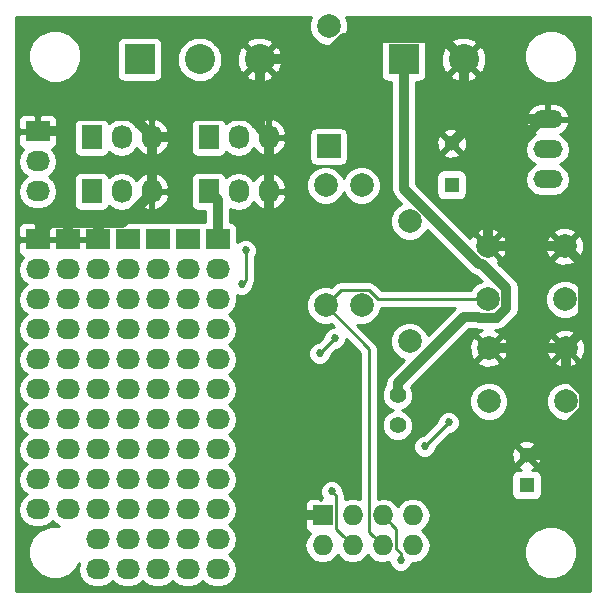
<source format=gbl>
G04 #@! TF.FileFunction,Copper,L2,Bot,Mixed*
%FSLAX46Y46*%
G04 Gerber Fmt 4.6, Leading zero omitted, Abs format (unit mm)*
G04 Created by KiCad (PCBNEW no-vcs-found-undefined) date Sat Nov 12 12:03:49 2016*
%MOMM*%
%LPD*%
G01*
G04 APERTURE LIST*
%ADD10C,0.100000*%
%ADD11R,1.727200X1.727200*%
%ADD12O,1.727200X1.727200*%
%ADD13R,2.032000X1.727200*%
%ADD14O,2.032000X1.727200*%
%ADD15R,1.300000X1.300000*%
%ADD16C,1.300000*%
%ADD17C,1.998980*%
%ADD18R,1.998980X1.998980*%
%ADD19R,2.540000X2.540000*%
%ADD20C,2.540000*%
%ADD21O,2.499360X1.501140*%
%ADD22O,1.727200X2.032000*%
%ADD23R,1.727200X2.032000*%
%ADD24C,1.397000*%
%ADD25C,2.000000*%
%ADD26C,0.685800*%
%ADD27C,0.812800*%
%ADD28C,0.254000*%
G04 APERTURE END LIST*
D10*
D11*
X26670000Y-42888000D03*
D12*
X26670000Y-45428000D03*
X29210000Y-42888000D03*
X29210000Y-45428000D03*
X31750000Y-42888000D03*
X31750000Y-45428000D03*
X34290000Y-42888000D03*
X34290000Y-45428000D03*
D13*
X15240000Y-19520000D03*
D14*
X15240000Y-22060000D03*
X15240000Y-24600000D03*
X15240000Y-27140000D03*
X15240000Y-29680000D03*
X15240000Y-32220000D03*
X15240000Y-34760000D03*
X15240000Y-37300000D03*
X15240000Y-39840000D03*
X15240000Y-42380000D03*
X15240000Y-44920000D03*
X15240000Y-47460000D03*
D13*
X12700000Y-19520000D03*
D14*
X12700000Y-22060000D03*
X12700000Y-24600000D03*
X12700000Y-27140000D03*
X12700000Y-29680000D03*
X12700000Y-32220000D03*
X12700000Y-34760000D03*
X12700000Y-37300000D03*
X12700000Y-39840000D03*
X12700000Y-42380000D03*
X12700000Y-44920000D03*
X12700000Y-47460000D03*
D13*
X10160000Y-19520000D03*
D14*
X10160000Y-22060000D03*
X10160000Y-24600000D03*
X10160000Y-27140000D03*
X10160000Y-29680000D03*
X10160000Y-32220000D03*
X10160000Y-34760000D03*
X10160000Y-37300000D03*
X10160000Y-39840000D03*
X10160000Y-42380000D03*
X10160000Y-44920000D03*
X10160000Y-47460000D03*
D13*
X7620000Y-19520000D03*
D14*
X7620000Y-22060000D03*
X7620000Y-24600000D03*
X7620000Y-27140000D03*
X7620000Y-29680000D03*
X7620000Y-32220000D03*
X7620000Y-34760000D03*
X7620000Y-37300000D03*
X7620000Y-39840000D03*
X7620000Y-42380000D03*
X7620000Y-44920000D03*
X7620000Y-47460000D03*
D13*
X5080000Y-19520000D03*
D14*
X5080000Y-22060000D03*
X5080000Y-24600000D03*
X5080000Y-27140000D03*
X5080000Y-29680000D03*
X5080000Y-32220000D03*
X5080000Y-34760000D03*
X5080000Y-37300000D03*
X5080000Y-39840000D03*
X5080000Y-42380000D03*
X17780000Y-47460000D03*
X17780000Y-44920000D03*
X17780000Y-42380000D03*
X17780000Y-39840000D03*
X17780000Y-37300000D03*
X17780000Y-34760000D03*
X17780000Y-32220000D03*
X17780000Y-29680000D03*
X17780000Y-27140000D03*
X17780000Y-24600000D03*
X17780000Y-22060000D03*
D13*
X17780000Y-19520000D03*
D14*
X2540000Y-42380000D03*
X2540000Y-39840000D03*
X2540000Y-37300000D03*
X2540000Y-34760000D03*
X2540000Y-32220000D03*
X2540000Y-29680000D03*
X2540000Y-27140000D03*
X2540000Y-24600000D03*
X2540000Y-22060000D03*
D13*
X2540000Y-19520000D03*
D15*
X43942000Y-40308000D03*
D16*
X43942000Y-37808000D03*
D17*
X27178000Y-1486000D03*
D18*
X27178000Y-11646000D03*
D19*
X33528000Y-4280000D03*
D20*
X38608000Y-4280000D03*
D19*
X11176000Y-4280000D03*
D20*
X16256000Y-4280000D03*
X21336000Y-4280000D03*
D13*
X2540000Y-10376000D03*
D14*
X2540000Y-12916000D03*
X2540000Y-15456000D03*
D17*
X26924000Y-25108000D03*
X26924000Y-14948000D03*
X29972000Y-25108000D03*
X29972000Y-14948000D03*
X34036000Y-17996000D03*
X34036000Y-28156000D03*
D21*
X45720000Y-11900000D03*
X45720000Y-9360000D03*
X45720000Y-14440000D03*
D16*
X37592000Y-11392000D03*
D15*
X37592000Y-14892000D03*
D22*
X22098000Y-10884000D03*
X19558000Y-10884000D03*
D23*
X17018000Y-10884000D03*
X17018000Y-15456000D03*
D22*
X19558000Y-15456000D03*
X22098000Y-15456000D03*
X12192000Y-10884000D03*
X9652000Y-10884000D03*
D23*
X7112000Y-10884000D03*
X7112000Y-15456000D03*
D22*
X9652000Y-15456000D03*
X12192000Y-15456000D03*
D24*
X33020000Y-32728000D03*
X33020000Y-35268000D03*
D25*
X40744000Y-33236000D03*
X40744000Y-28736000D03*
X47244000Y-33236000D03*
X47244000Y-28736000D03*
X40665400Y-24600000D03*
X40665400Y-20100000D03*
X47165400Y-24600000D03*
X47165400Y-20100000D03*
D26*
X20154899Y-20447101D03*
X19812000Y-23330000D03*
X27432000Y-40856000D03*
X26416000Y-29172000D03*
X27686000Y-27902000D03*
X33274000Y-46698000D03*
X35306000Y-37046000D03*
X37338000Y-35014000D03*
D27*
X17780000Y-19520000D02*
X17780000Y-16218000D01*
X17780000Y-16218000D02*
X17018000Y-15456000D01*
X47244000Y-28736000D02*
X47244000Y-30928974D01*
X47244000Y-30928974D02*
X48802801Y-32487775D01*
X48802801Y-32487775D02*
X48802801Y-33984225D01*
X48802801Y-33984225D02*
X44979026Y-37808000D01*
X44979026Y-37808000D02*
X44861238Y-37808000D01*
X44861238Y-37808000D02*
X43942000Y-37808000D01*
X47244000Y-28736000D02*
X40744000Y-28736000D01*
X47165400Y-20100000D02*
X48724201Y-21658801D01*
X48724201Y-21658801D02*
X48724201Y-27255799D01*
X48724201Y-27255799D02*
X48243999Y-27736001D01*
X48243999Y-27736001D02*
X47244000Y-28736000D01*
X40665400Y-20100000D02*
X47165400Y-20100000D01*
X40640000Y-13940890D02*
X40665400Y-13966290D01*
X40665400Y-13966290D02*
X40665400Y-20100000D01*
X9702801Y-18097599D02*
X8000000Y-18097599D01*
X8000000Y-18097599D02*
X5000000Y-18097599D01*
X7620000Y-19520000D02*
X7620000Y-18477599D01*
X7620000Y-18477599D02*
X8000000Y-18097599D01*
X5080000Y-18177599D02*
X5000000Y-18097599D01*
X5000000Y-18097599D02*
X3616959Y-18097599D01*
X5080000Y-19520000D02*
X5080000Y-18177599D01*
X12192000Y-15456000D02*
X12192000Y-15608400D01*
X12192000Y-15608400D02*
X9702801Y-18097599D01*
X3616959Y-18097599D02*
X2540000Y-19174558D01*
X2540000Y-19174558D02*
X2540000Y-19520000D01*
X45720000Y-9360000D02*
X45220890Y-9360000D01*
X45220890Y-9360000D02*
X40640000Y-13940890D01*
X22098000Y-15456000D02*
X22098000Y-39992400D01*
X22098000Y-39992400D02*
X24993600Y-42888000D01*
X24993600Y-42888000D02*
X26670000Y-42888000D01*
X12192000Y-10884000D02*
X12192000Y-10731600D01*
X10515600Y-9055200D02*
X5689600Y-9055200D01*
X12192000Y-10731600D02*
X10515600Y-9055200D01*
X5689600Y-9055200D02*
X4368800Y-10376000D01*
X4368800Y-10376000D02*
X2540000Y-10376000D01*
X12192000Y-10884000D02*
X12192000Y-15456000D01*
X22098000Y-10884000D02*
X22098000Y-10731600D01*
X20421600Y-9055200D02*
X15697200Y-9055200D01*
X22098000Y-10731600D02*
X20421600Y-9055200D01*
X15697200Y-9055200D02*
X13868400Y-10884000D01*
X13868400Y-10884000D02*
X12192000Y-10884000D01*
X22098000Y-10884000D02*
X22098000Y-15456000D01*
X21336000Y-4280000D02*
X21336000Y-10122000D01*
X21336000Y-10122000D02*
X22098000Y-10884000D01*
X38608000Y-4280000D02*
X36779199Y-2451199D01*
X36779199Y-2451199D02*
X28519073Y-2451199D01*
X28519073Y-2451199D02*
X26690272Y-4280000D01*
X26690272Y-4280000D02*
X23132051Y-4280000D01*
X23132051Y-4280000D02*
X21336000Y-4280000D01*
X37592000Y-11392000D02*
X39624000Y-9360000D01*
X39624000Y-9360000D02*
X45720000Y-9360000D01*
X38608000Y-4280000D02*
X38608000Y-10376000D01*
X38608000Y-10376000D02*
X37592000Y-11392000D01*
X38636866Y-26086801D02*
X39845175Y-26086801D01*
X42224201Y-25348225D02*
X42224201Y-23644201D01*
X39845175Y-26086801D02*
X39917175Y-26158801D01*
X39917175Y-26158801D02*
X41413625Y-26158801D01*
X41413625Y-26158801D02*
X42224201Y-25348225D01*
X42224201Y-23644201D02*
X40166801Y-21586801D01*
X33020000Y-32728000D02*
X33020000Y-31703667D01*
X33020000Y-31703667D02*
X38636866Y-26086801D01*
X33528000Y-15223026D02*
X33528000Y-6362800D01*
X33528000Y-6362800D02*
X33528000Y-4280000D01*
X40166801Y-21586801D02*
X39891775Y-21586801D01*
X39891775Y-21586801D02*
X33528000Y-15223026D01*
D28*
X19812000Y-23330000D02*
X20154899Y-22987101D01*
X20154899Y-22987101D02*
X20154899Y-20447101D01*
X27432000Y-40856000D02*
X27813001Y-41237001D01*
X27813001Y-41237001D02*
X27813001Y-44031001D01*
X27813001Y-44031001D02*
X28346401Y-44564401D01*
X28346401Y-44564401D02*
X29210000Y-45428000D01*
X27686000Y-27902000D02*
X26416000Y-29172000D01*
X33274000Y-46698000D02*
X33274000Y-46103642D01*
X33274000Y-46103642D02*
X32893001Y-45722643D01*
X32613599Y-43751599D02*
X31750000Y-42888000D01*
X32893001Y-45722643D02*
X32893001Y-44031001D01*
X32893001Y-44031001D02*
X32613599Y-43751599D01*
X37338000Y-35014000D02*
X35306000Y-37046000D01*
X40665400Y-24600000D02*
X31356760Y-24600000D01*
X27923489Y-24108511D02*
X26924000Y-25108000D01*
X31356760Y-24600000D02*
X30585869Y-23829109D01*
X30585869Y-23829109D02*
X28202891Y-23829109D01*
X28202891Y-23829109D02*
X27923489Y-24108511D01*
X39251187Y-24600000D02*
X40665400Y-24600000D01*
X30606999Y-28790999D02*
X30606999Y-44284999D01*
X30606999Y-44284999D02*
X30886401Y-44564401D01*
X26924000Y-25108000D02*
X30606999Y-28790999D01*
X30886401Y-44564401D02*
X31750000Y-45428000D01*
G36*
X25543794Y-1159453D02*
X25543226Y-1809694D01*
X25791538Y-2410655D01*
X26250927Y-2870846D01*
X26851453Y-3120206D01*
X27501694Y-3120774D01*
X28102655Y-2872462D01*
X28562846Y-2413073D01*
X28812206Y-1812547D01*
X28812774Y-1162306D01*
X28625885Y-710000D01*
X49290000Y-710000D01*
X49290000Y-49290000D01*
X710000Y-49290000D01*
X710000Y-22060000D01*
X856655Y-22060000D01*
X970729Y-22633489D01*
X1295585Y-23119670D01*
X1610366Y-23330000D01*
X1295585Y-23540330D01*
X970729Y-24026511D01*
X856655Y-24600000D01*
X970729Y-25173489D01*
X1295585Y-25659670D01*
X1610366Y-25870000D01*
X1295585Y-26080330D01*
X970729Y-26566511D01*
X856655Y-27140000D01*
X970729Y-27713489D01*
X1295585Y-28199670D01*
X1610366Y-28410000D01*
X1295585Y-28620330D01*
X970729Y-29106511D01*
X856655Y-29680000D01*
X970729Y-30253489D01*
X1295585Y-30739670D01*
X1610366Y-30950000D01*
X1295585Y-31160330D01*
X970729Y-31646511D01*
X856655Y-32220000D01*
X970729Y-32793489D01*
X1295585Y-33279670D01*
X1610366Y-33490000D01*
X1295585Y-33700330D01*
X970729Y-34186511D01*
X856655Y-34760000D01*
X970729Y-35333489D01*
X1295585Y-35819670D01*
X1610366Y-36030000D01*
X1295585Y-36240330D01*
X970729Y-36726511D01*
X856655Y-37300000D01*
X970729Y-37873489D01*
X1295585Y-38359670D01*
X1610366Y-38570000D01*
X1295585Y-38780330D01*
X970729Y-39266511D01*
X856655Y-39840000D01*
X970729Y-40413489D01*
X1295585Y-40899670D01*
X1610366Y-41110000D01*
X1295585Y-41320330D01*
X970729Y-41806511D01*
X856655Y-42380000D01*
X970729Y-42953489D01*
X1295585Y-43439670D01*
X1781766Y-43764526D01*
X2355255Y-43878600D01*
X2724745Y-43878600D01*
X3298234Y-43764526D01*
X3784415Y-43439670D01*
X3810000Y-43401379D01*
X3835585Y-43439670D01*
X4321766Y-43764526D01*
X4325574Y-43765283D01*
X3557381Y-43764613D01*
X2735628Y-44104155D01*
X2106364Y-44732321D01*
X1765389Y-45553481D01*
X1764613Y-46442619D01*
X2104155Y-47264372D01*
X2732321Y-47893636D01*
X3553481Y-48234611D01*
X4442619Y-48235387D01*
X5264372Y-47895845D01*
X5893636Y-47267679D01*
X6049643Y-46891973D01*
X5936655Y-47460000D01*
X6050729Y-48033489D01*
X6375585Y-48519670D01*
X6861766Y-48844526D01*
X7435255Y-48958600D01*
X7804745Y-48958600D01*
X8378234Y-48844526D01*
X8864415Y-48519670D01*
X8890000Y-48481379D01*
X8915585Y-48519670D01*
X9401766Y-48844526D01*
X9975255Y-48958600D01*
X10344745Y-48958600D01*
X10918234Y-48844526D01*
X11404415Y-48519670D01*
X11430000Y-48481379D01*
X11455585Y-48519670D01*
X11941766Y-48844526D01*
X12515255Y-48958600D01*
X12884745Y-48958600D01*
X13458234Y-48844526D01*
X13944415Y-48519670D01*
X13970000Y-48481379D01*
X13995585Y-48519670D01*
X14481766Y-48844526D01*
X15055255Y-48958600D01*
X15424745Y-48958600D01*
X15998234Y-48844526D01*
X16484415Y-48519670D01*
X16510000Y-48481379D01*
X16535585Y-48519670D01*
X17021766Y-48844526D01*
X17595255Y-48958600D01*
X17964745Y-48958600D01*
X18538234Y-48844526D01*
X19024415Y-48519670D01*
X19349271Y-48033489D01*
X19463345Y-47460000D01*
X19349271Y-46886511D01*
X19024415Y-46400330D01*
X18709634Y-46190000D01*
X19024415Y-45979670D01*
X19349271Y-45493489D01*
X19362297Y-45428000D01*
X25142041Y-45428000D01*
X25256115Y-46001489D01*
X25580971Y-46487670D01*
X26067152Y-46812526D01*
X26640641Y-46926600D01*
X26699359Y-46926600D01*
X27272848Y-46812526D01*
X27759029Y-46487670D01*
X27940000Y-46216828D01*
X28120971Y-46487670D01*
X28607152Y-46812526D01*
X29180641Y-46926600D01*
X29239359Y-46926600D01*
X29812848Y-46812526D01*
X30299029Y-46487670D01*
X30480000Y-46216828D01*
X30660971Y-46487670D01*
X31147152Y-46812526D01*
X31720641Y-46926600D01*
X31779359Y-46926600D01*
X32295990Y-46823836D01*
X32295931Y-46891663D01*
X32444493Y-47251212D01*
X32719341Y-47526540D01*
X33078630Y-47675730D01*
X33467663Y-47676069D01*
X33827212Y-47527507D01*
X34102540Y-47252659D01*
X34239664Y-46922427D01*
X34260641Y-46926600D01*
X34319359Y-46926600D01*
X34892848Y-46812526D01*
X35379029Y-46487670D01*
X35409131Y-46442619D01*
X43764613Y-46442619D01*
X44104155Y-47264372D01*
X44732321Y-47893636D01*
X45553481Y-48234611D01*
X46442619Y-48235387D01*
X47264372Y-47895845D01*
X47893636Y-47267679D01*
X48234611Y-46446519D01*
X48235387Y-45557381D01*
X47895845Y-44735628D01*
X47267679Y-44106364D01*
X46446519Y-43765389D01*
X45557381Y-43764613D01*
X44735628Y-44104155D01*
X44106364Y-44732321D01*
X43765389Y-45553481D01*
X43764613Y-46442619D01*
X35409131Y-46442619D01*
X35703885Y-46001489D01*
X35817959Y-45428000D01*
X35703885Y-44854511D01*
X35379029Y-44368330D01*
X35064248Y-44158000D01*
X35379029Y-43947670D01*
X35703885Y-43461489D01*
X35817959Y-42888000D01*
X35703885Y-42314511D01*
X35379029Y-41828330D01*
X34892848Y-41503474D01*
X34319359Y-41389400D01*
X34260641Y-41389400D01*
X33687152Y-41503474D01*
X33200971Y-41828330D01*
X33020000Y-42099172D01*
X32839029Y-41828330D01*
X32352848Y-41503474D01*
X31779359Y-41389400D01*
X31720641Y-41389400D01*
X31368999Y-41459346D01*
X31368999Y-39658000D01*
X42644560Y-39658000D01*
X42644560Y-40958000D01*
X42693843Y-41205765D01*
X42834191Y-41415809D01*
X43044235Y-41556157D01*
X43292000Y-41605440D01*
X44592000Y-41605440D01*
X44839765Y-41556157D01*
X45049809Y-41415809D01*
X45190157Y-41205765D01*
X45239440Y-40958000D01*
X45239440Y-39658000D01*
X45190157Y-39410235D01*
X45049809Y-39200191D01*
X44839765Y-39059843D01*
X44592000Y-39010560D01*
X44429615Y-39010560D01*
X44605729Y-38937611D01*
X44661410Y-38707016D01*
X43942000Y-37987605D01*
X43222590Y-38707016D01*
X43278271Y-38937611D01*
X43487902Y-39010560D01*
X43292000Y-39010560D01*
X43044235Y-39059843D01*
X42834191Y-39200191D01*
X42693843Y-39410235D01*
X42644560Y-39658000D01*
X31368999Y-39658000D01*
X31368999Y-37239663D01*
X34327931Y-37239663D01*
X34476493Y-37599212D01*
X34751341Y-37874540D01*
X35110630Y-38023730D01*
X35499663Y-38024069D01*
X35859212Y-37875507D01*
X36108074Y-37627078D01*
X42644378Y-37627078D01*
X42673917Y-38137428D01*
X42812389Y-38471729D01*
X43042984Y-38527410D01*
X43762395Y-37808000D01*
X44121605Y-37808000D01*
X44841016Y-38527410D01*
X45071611Y-38471729D01*
X45239622Y-37988922D01*
X45210083Y-37478572D01*
X45071611Y-37144271D01*
X44841016Y-37088590D01*
X44121605Y-37808000D01*
X43762395Y-37808000D01*
X43042984Y-37088590D01*
X42812389Y-37144271D01*
X42644378Y-37627078D01*
X36108074Y-37627078D01*
X36134540Y-37600659D01*
X36283730Y-37241370D01*
X36283813Y-37145817D01*
X36520646Y-36908984D01*
X43222590Y-36908984D01*
X43942000Y-37628395D01*
X44661410Y-36908984D01*
X44605729Y-36678389D01*
X44122922Y-36510378D01*
X43612572Y-36539917D01*
X43278271Y-36678389D01*
X43222590Y-36908984D01*
X36520646Y-36908984D01*
X37437643Y-35991987D01*
X37531663Y-35992069D01*
X37891212Y-35843507D01*
X38166540Y-35568659D01*
X38315730Y-35209370D01*
X38316069Y-34820337D01*
X38167507Y-34460788D01*
X37892659Y-34185460D01*
X37533370Y-34036270D01*
X37144337Y-34035931D01*
X36784788Y-34184493D01*
X36509460Y-34459341D01*
X36360270Y-34818630D01*
X36360187Y-34914183D01*
X35206357Y-36068013D01*
X35112337Y-36067931D01*
X34752788Y-36216493D01*
X34477460Y-36491341D01*
X34328270Y-36850630D01*
X34327931Y-37239663D01*
X31368999Y-37239663D01*
X31368999Y-28790999D01*
X31310995Y-28499394D01*
X31145814Y-28252184D01*
X29629007Y-26735377D01*
X29645453Y-26742206D01*
X30295694Y-26742774D01*
X30896655Y-26494462D01*
X31356846Y-26035073D01*
X31606206Y-25434547D01*
X31606269Y-25362000D01*
X37888905Y-25362000D01*
X35597043Y-27653862D01*
X35422462Y-27231345D01*
X34963073Y-26771154D01*
X34362547Y-26521794D01*
X33712306Y-26521226D01*
X33111345Y-26769538D01*
X32651154Y-27228927D01*
X32401794Y-27829453D01*
X32401226Y-28479694D01*
X32649538Y-29080655D01*
X33108927Y-29540846D01*
X33533684Y-29717221D01*
X32283619Y-30967286D01*
X32057872Y-31305140D01*
X31978600Y-31703667D01*
X31978600Y-31883374D01*
X31890173Y-31971647D01*
X31686732Y-32461587D01*
X31686269Y-32992086D01*
X31888854Y-33482380D01*
X32263647Y-33857827D01*
X32601446Y-33998094D01*
X32265620Y-34136854D01*
X31890173Y-34511647D01*
X31686732Y-35001587D01*
X31686269Y-35532086D01*
X31888854Y-36022380D01*
X32263647Y-36397827D01*
X32753587Y-36601268D01*
X33284086Y-36601731D01*
X33774380Y-36399146D01*
X34149827Y-36024353D01*
X34353268Y-35534413D01*
X34353731Y-35003914D01*
X34151146Y-34513620D01*
X33776353Y-34138173D01*
X33438554Y-33997906D01*
X33774380Y-33859146D01*
X34074253Y-33559795D01*
X39108716Y-33559795D01*
X39357106Y-34160943D01*
X39816637Y-34621278D01*
X40417352Y-34870716D01*
X41067795Y-34871284D01*
X41668943Y-34622894D01*
X42129278Y-34163363D01*
X42378716Y-33562648D01*
X42378718Y-33559795D01*
X45608716Y-33559795D01*
X45857106Y-34160943D01*
X46316637Y-34621278D01*
X46917352Y-34870716D01*
X47567795Y-34871284D01*
X48168943Y-34622894D01*
X48629278Y-34163363D01*
X48878716Y-33562648D01*
X48879284Y-32912205D01*
X48630894Y-32311057D01*
X48171363Y-31850722D01*
X47570648Y-31601284D01*
X46920205Y-31600716D01*
X46319057Y-31849106D01*
X45858722Y-32308637D01*
X45609284Y-32909352D01*
X45608716Y-33559795D01*
X42378718Y-33559795D01*
X42379284Y-32912205D01*
X42130894Y-32311057D01*
X41671363Y-31850722D01*
X41070648Y-31601284D01*
X40420205Y-31600716D01*
X39819057Y-31849106D01*
X39358722Y-32308637D01*
X39109284Y-32909352D01*
X39108716Y-33559795D01*
X34074253Y-33559795D01*
X34149827Y-33484353D01*
X34353268Y-32994413D01*
X34353731Y-32463914D01*
X34172099Y-32024330D01*
X36307897Y-29888532D01*
X39771073Y-29888532D01*
X39869736Y-30155387D01*
X40479461Y-30381908D01*
X41129460Y-30357856D01*
X41618264Y-30155387D01*
X41716927Y-29888532D01*
X46271073Y-29888532D01*
X46369736Y-30155387D01*
X46979461Y-30381908D01*
X47629460Y-30357856D01*
X48118264Y-30155387D01*
X48216927Y-29888532D01*
X47244000Y-28915605D01*
X46271073Y-29888532D01*
X41716927Y-29888532D01*
X40744000Y-28915605D01*
X39771073Y-29888532D01*
X36307897Y-29888532D01*
X37724968Y-28471461D01*
X39098092Y-28471461D01*
X39122144Y-29121460D01*
X39324613Y-29610264D01*
X39591468Y-29708927D01*
X40564395Y-28736000D01*
X40923605Y-28736000D01*
X41896532Y-29708927D01*
X42163387Y-29610264D01*
X42389908Y-29000539D01*
X42370331Y-28471461D01*
X45598092Y-28471461D01*
X45622144Y-29121460D01*
X45824613Y-29610264D01*
X46091468Y-29708927D01*
X47064395Y-28736000D01*
X47423605Y-28736000D01*
X48396532Y-29708927D01*
X48663387Y-29610264D01*
X48889908Y-29000539D01*
X48865856Y-28350540D01*
X48663387Y-27861736D01*
X48396532Y-27763073D01*
X47423605Y-28736000D01*
X47064395Y-28736000D01*
X46091468Y-27763073D01*
X45824613Y-27861736D01*
X45598092Y-28471461D01*
X42370331Y-28471461D01*
X42365856Y-28350540D01*
X42163387Y-27861736D01*
X41896532Y-27763073D01*
X40923605Y-28736000D01*
X40564395Y-28736000D01*
X39591468Y-27763073D01*
X39324613Y-27861736D01*
X39098092Y-28471461D01*
X37724968Y-28471461D01*
X39068228Y-27128201D01*
X39555207Y-27128201D01*
X39917175Y-27200201D01*
X40150780Y-27200201D01*
X39869736Y-27316613D01*
X39771073Y-27583468D01*
X40744000Y-28556395D01*
X41716927Y-27583468D01*
X46271073Y-27583468D01*
X47244000Y-28556395D01*
X48216927Y-27583468D01*
X48118264Y-27316613D01*
X47508539Y-27090092D01*
X46858540Y-27114144D01*
X46369736Y-27316613D01*
X46271073Y-27583468D01*
X41716927Y-27583468D01*
X41618264Y-27316613D01*
X41304919Y-27200201D01*
X41413625Y-27200201D01*
X41812152Y-27120929D01*
X42150006Y-26895182D01*
X42960582Y-26084606D01*
X43186330Y-25746751D01*
X43265601Y-25348225D01*
X43265601Y-24923795D01*
X45530116Y-24923795D01*
X45778506Y-25524943D01*
X46238037Y-25985278D01*
X46838752Y-26234716D01*
X47489195Y-26235284D01*
X48090343Y-25986894D01*
X48550678Y-25527363D01*
X48800116Y-24926648D01*
X48800684Y-24276205D01*
X48552294Y-23675057D01*
X48092763Y-23214722D01*
X47492048Y-22965284D01*
X46841605Y-22964716D01*
X46240457Y-23213106D01*
X45780122Y-23672637D01*
X45530684Y-24273352D01*
X45530116Y-24923795D01*
X43265601Y-24923795D01*
X43265601Y-23644201D01*
X43186329Y-23245674D01*
X42960582Y-22907820D01*
X41548433Y-21495671D01*
X41638327Y-21252532D01*
X46192473Y-21252532D01*
X46291136Y-21519387D01*
X46900861Y-21745908D01*
X47550860Y-21721856D01*
X48039664Y-21519387D01*
X48138327Y-21252532D01*
X47165400Y-20279605D01*
X46192473Y-21252532D01*
X41638327Y-21252532D01*
X40665400Y-20279605D01*
X40651258Y-20293748D01*
X40471653Y-20114143D01*
X40485795Y-20100000D01*
X40845005Y-20100000D01*
X41817932Y-21072927D01*
X42084787Y-20974264D01*
X42311308Y-20364539D01*
X42291731Y-19835461D01*
X45519492Y-19835461D01*
X45543544Y-20485460D01*
X45746013Y-20974264D01*
X46012868Y-21072927D01*
X46985795Y-20100000D01*
X47345005Y-20100000D01*
X48317932Y-21072927D01*
X48584787Y-20974264D01*
X48811308Y-20364539D01*
X48787256Y-19714540D01*
X48584787Y-19225736D01*
X48317932Y-19127073D01*
X47345005Y-20100000D01*
X46985795Y-20100000D01*
X46012868Y-19127073D01*
X45746013Y-19225736D01*
X45519492Y-19835461D01*
X42291731Y-19835461D01*
X42287256Y-19714540D01*
X42084787Y-19225736D01*
X41817932Y-19127073D01*
X40845005Y-20100000D01*
X40485795Y-20100000D01*
X39512868Y-19127073D01*
X39246013Y-19225736D01*
X39180314Y-19402578D01*
X38725204Y-18947468D01*
X39692473Y-18947468D01*
X40665400Y-19920395D01*
X41638327Y-18947468D01*
X46192473Y-18947468D01*
X47165400Y-19920395D01*
X48138327Y-18947468D01*
X48039664Y-18680613D01*
X47429939Y-18454092D01*
X46779940Y-18478144D01*
X46291136Y-18680613D01*
X46192473Y-18947468D01*
X41638327Y-18947468D01*
X41539664Y-18680613D01*
X40929939Y-18454092D01*
X40279940Y-18478144D01*
X39791136Y-18680613D01*
X39692473Y-18947468D01*
X38725204Y-18947468D01*
X34569400Y-14791664D01*
X34569400Y-14242000D01*
X36294560Y-14242000D01*
X36294560Y-15542000D01*
X36343843Y-15789765D01*
X36484191Y-15999809D01*
X36694235Y-16140157D01*
X36942000Y-16189440D01*
X38242000Y-16189440D01*
X38489765Y-16140157D01*
X38699809Y-15999809D01*
X38840157Y-15789765D01*
X38889440Y-15542000D01*
X38889440Y-14242000D01*
X38840157Y-13994235D01*
X38699809Y-13784191D01*
X38489765Y-13643843D01*
X38242000Y-13594560D01*
X36942000Y-13594560D01*
X36694235Y-13643843D01*
X36484191Y-13784191D01*
X36343843Y-13994235D01*
X36294560Y-14242000D01*
X34569400Y-14242000D01*
X34569400Y-12291016D01*
X36872590Y-12291016D01*
X36928271Y-12521611D01*
X37411078Y-12689622D01*
X37921428Y-12660083D01*
X38255729Y-12521611D01*
X38311410Y-12291016D01*
X37592000Y-11571605D01*
X36872590Y-12291016D01*
X34569400Y-12291016D01*
X34569400Y-11211078D01*
X36294378Y-11211078D01*
X36323917Y-11721428D01*
X36462389Y-12055729D01*
X36692984Y-12111410D01*
X37412395Y-11392000D01*
X37771605Y-11392000D01*
X38491016Y-12111410D01*
X38721611Y-12055729D01*
X38775802Y-11900000D01*
X43798397Y-11900000D01*
X43903867Y-12430235D01*
X44204221Y-12879746D01*
X44638616Y-13170000D01*
X44204221Y-13460254D01*
X43903867Y-13909765D01*
X43798397Y-14440000D01*
X43903867Y-14970235D01*
X44204221Y-15419746D01*
X44653732Y-15720100D01*
X45183967Y-15825570D01*
X46256033Y-15825570D01*
X46786268Y-15720100D01*
X47235779Y-15419746D01*
X47536133Y-14970235D01*
X47641603Y-14440000D01*
X47536133Y-13909765D01*
X47235779Y-13460254D01*
X46801384Y-13170000D01*
X47235779Y-12879746D01*
X47536133Y-12430235D01*
X47641603Y-11900000D01*
X47536133Y-11369765D01*
X47235779Y-10920254D01*
X46786268Y-10619900D01*
X46776968Y-10618050D01*
X46866677Y-10591499D01*
X47288658Y-10249944D01*
X47547810Y-9772903D01*
X47561993Y-9701275D01*
X47439339Y-9487000D01*
X45847000Y-9487000D01*
X45847000Y-9507000D01*
X45593000Y-9507000D01*
X45593000Y-9487000D01*
X44000661Y-9487000D01*
X43878007Y-9701275D01*
X43892190Y-9772903D01*
X44151342Y-10249944D01*
X44573323Y-10591499D01*
X44663032Y-10618050D01*
X44653732Y-10619900D01*
X44204221Y-10920254D01*
X43903867Y-11369765D01*
X43798397Y-11900000D01*
X38775802Y-11900000D01*
X38889622Y-11572922D01*
X38860083Y-11062572D01*
X38721611Y-10728271D01*
X38491016Y-10672590D01*
X37771605Y-11392000D01*
X37412395Y-11392000D01*
X36692984Y-10672590D01*
X36462389Y-10728271D01*
X36294378Y-11211078D01*
X34569400Y-11211078D01*
X34569400Y-10492984D01*
X36872590Y-10492984D01*
X37592000Y-11212395D01*
X38311410Y-10492984D01*
X38255729Y-10262389D01*
X37772922Y-10094378D01*
X37262572Y-10123917D01*
X36928271Y-10262389D01*
X36872590Y-10492984D01*
X34569400Y-10492984D01*
X34569400Y-9018725D01*
X43878007Y-9018725D01*
X44000661Y-9233000D01*
X45593000Y-9233000D01*
X45593000Y-7974430D01*
X45847000Y-7974430D01*
X45847000Y-9233000D01*
X47439339Y-9233000D01*
X47561993Y-9018725D01*
X47547810Y-8947097D01*
X47288658Y-8470056D01*
X46866677Y-8128501D01*
X46346110Y-7974430D01*
X45847000Y-7974430D01*
X45593000Y-7974430D01*
X45093890Y-7974430D01*
X44573323Y-8128501D01*
X44151342Y-8470056D01*
X43892190Y-8947097D01*
X43878007Y-9018725D01*
X34569400Y-9018725D01*
X34569400Y-6197440D01*
X34798000Y-6197440D01*
X35045765Y-6148157D01*
X35255809Y-6007809D01*
X35396157Y-5797765D01*
X35429969Y-5627777D01*
X37439828Y-5627777D01*
X37571520Y-5922657D01*
X38279036Y-6194261D01*
X39036632Y-6174436D01*
X39644480Y-5922657D01*
X39776172Y-5627777D01*
X38608000Y-4459605D01*
X37439828Y-5627777D01*
X35429969Y-5627777D01*
X35445440Y-5550000D01*
X35445440Y-3951036D01*
X36693739Y-3951036D01*
X36713564Y-4708632D01*
X36965343Y-5316480D01*
X37260223Y-5448172D01*
X38428395Y-4280000D01*
X38787605Y-4280000D01*
X39955777Y-5448172D01*
X40250657Y-5316480D01*
X40522261Y-4608964D01*
X40517909Y-4442619D01*
X43764613Y-4442619D01*
X44104155Y-5264372D01*
X44732321Y-5893636D01*
X45553481Y-6234611D01*
X46442619Y-6235387D01*
X47264372Y-5895845D01*
X47893636Y-5267679D01*
X48234611Y-4446519D01*
X48235387Y-3557381D01*
X47895845Y-2735628D01*
X47267679Y-2106364D01*
X46446519Y-1765389D01*
X45557381Y-1764613D01*
X44735628Y-2104155D01*
X44106364Y-2732321D01*
X43765389Y-3553481D01*
X43764613Y-4442619D01*
X40517909Y-4442619D01*
X40502436Y-3851368D01*
X40250657Y-3243520D01*
X39955777Y-3111828D01*
X38787605Y-4280000D01*
X38428395Y-4280000D01*
X37260223Y-3111828D01*
X36965343Y-3243520D01*
X36693739Y-3951036D01*
X35445440Y-3951036D01*
X35445440Y-3010000D01*
X35429970Y-2932223D01*
X37439828Y-2932223D01*
X38608000Y-4100395D01*
X39776172Y-2932223D01*
X39644480Y-2637343D01*
X38936964Y-2365739D01*
X38179368Y-2385564D01*
X37571520Y-2637343D01*
X37439828Y-2932223D01*
X35429970Y-2932223D01*
X35396157Y-2762235D01*
X35255809Y-2552191D01*
X35045765Y-2411843D01*
X34798000Y-2362560D01*
X32258000Y-2362560D01*
X32010235Y-2411843D01*
X31800191Y-2552191D01*
X31659843Y-2762235D01*
X31610560Y-3010000D01*
X31610560Y-5550000D01*
X31659843Y-5797765D01*
X31800191Y-6007809D01*
X32010235Y-6148157D01*
X32258000Y-6197440D01*
X32486600Y-6197440D01*
X32486600Y-15223026D01*
X32565872Y-15621553D01*
X32678268Y-15789765D01*
X32791619Y-15959407D01*
X33345146Y-16512934D01*
X33111345Y-16609538D01*
X32651154Y-17068927D01*
X32401794Y-17669453D01*
X32401226Y-18319694D01*
X32649538Y-18920655D01*
X33108927Y-19380846D01*
X33709453Y-19630206D01*
X34359694Y-19630774D01*
X34960655Y-19382462D01*
X35420846Y-18923073D01*
X35518972Y-18686760D01*
X39155394Y-22323182D01*
X39493248Y-22548929D01*
X39696620Y-22589382D01*
X40150795Y-23043557D01*
X39740457Y-23213106D01*
X39280122Y-23672637D01*
X39211457Y-23838000D01*
X31672391Y-23838000D01*
X31124684Y-23290294D01*
X31057907Y-23245675D01*
X30877474Y-23125113D01*
X30585869Y-23067109D01*
X28202891Y-23067109D01*
X27938650Y-23119670D01*
X27911286Y-23125113D01*
X27664076Y-23290294D01*
X27413085Y-23541285D01*
X27250547Y-23473794D01*
X26600306Y-23473226D01*
X25999345Y-23721538D01*
X25539154Y-24180927D01*
X25289794Y-24781453D01*
X25289226Y-25431694D01*
X25537538Y-26032655D01*
X25996927Y-26492846D01*
X26597453Y-26742206D01*
X27247694Y-26742774D01*
X27412887Y-26674517D01*
X27662449Y-26924079D01*
X27492337Y-26923931D01*
X27132788Y-27072493D01*
X26857460Y-27347341D01*
X26708270Y-27706630D01*
X26708187Y-27802183D01*
X26316357Y-28194013D01*
X26222337Y-28193931D01*
X25862788Y-28342493D01*
X25587460Y-28617341D01*
X25438270Y-28976630D01*
X25437931Y-29365663D01*
X25586493Y-29725212D01*
X25861341Y-30000540D01*
X26220630Y-30149730D01*
X26609663Y-30150069D01*
X26969212Y-30001507D01*
X27244540Y-29726659D01*
X27393730Y-29367370D01*
X27393813Y-29271817D01*
X27785644Y-28879987D01*
X27879663Y-28880069D01*
X28239212Y-28731507D01*
X28514540Y-28456659D01*
X28663730Y-28097370D01*
X28663880Y-27925510D01*
X29844999Y-29106629D01*
X29844999Y-41524957D01*
X29812848Y-41503474D01*
X29239359Y-41389400D01*
X29180641Y-41389400D01*
X28607152Y-41503474D01*
X28575001Y-41524957D01*
X28575001Y-41237001D01*
X28516997Y-40945396D01*
X28450835Y-40846378D01*
X28409962Y-40785207D01*
X28410069Y-40662337D01*
X28261507Y-40302788D01*
X27986659Y-40027460D01*
X27627370Y-39878270D01*
X27238337Y-39877931D01*
X26878788Y-40026493D01*
X26603460Y-40301341D01*
X26454270Y-40660630D01*
X26453931Y-41049663D01*
X26594307Y-41389400D01*
X26542998Y-41389400D01*
X26542998Y-41548148D01*
X26384250Y-41389400D01*
X25680091Y-41389400D01*
X25446702Y-41486073D01*
X25268073Y-41664701D01*
X25171400Y-41898090D01*
X25171400Y-42602250D01*
X25330150Y-42761000D01*
X26543000Y-42761000D01*
X26543000Y-42741000D01*
X26797000Y-42741000D01*
X26797000Y-42761000D01*
X26817000Y-42761000D01*
X26817000Y-43015000D01*
X26797000Y-43015000D01*
X26797000Y-43035000D01*
X26543000Y-43035000D01*
X26543000Y-43015000D01*
X25330150Y-43015000D01*
X25171400Y-43173750D01*
X25171400Y-43877910D01*
X25268073Y-44111299D01*
X25446702Y-44289927D01*
X25602023Y-44354263D01*
X25580971Y-44368330D01*
X25256115Y-44854511D01*
X25142041Y-45428000D01*
X19362297Y-45428000D01*
X19463345Y-44920000D01*
X19349271Y-44346511D01*
X19024415Y-43860330D01*
X18709634Y-43650000D01*
X19024415Y-43439670D01*
X19349271Y-42953489D01*
X19463345Y-42380000D01*
X19349271Y-41806511D01*
X19024415Y-41320330D01*
X18709634Y-41110000D01*
X19024415Y-40899670D01*
X19349271Y-40413489D01*
X19463345Y-39840000D01*
X19349271Y-39266511D01*
X19024415Y-38780330D01*
X18709634Y-38570000D01*
X19024415Y-38359670D01*
X19349271Y-37873489D01*
X19463345Y-37300000D01*
X19349271Y-36726511D01*
X19024415Y-36240330D01*
X18709634Y-36030000D01*
X19024415Y-35819670D01*
X19349271Y-35333489D01*
X19463345Y-34760000D01*
X19349271Y-34186511D01*
X19024415Y-33700330D01*
X18709634Y-33490000D01*
X19024415Y-33279670D01*
X19349271Y-32793489D01*
X19463345Y-32220000D01*
X19349271Y-31646511D01*
X19024415Y-31160330D01*
X18709634Y-30950000D01*
X19024415Y-30739670D01*
X19349271Y-30253489D01*
X19463345Y-29680000D01*
X19349271Y-29106511D01*
X19024415Y-28620330D01*
X18709634Y-28410000D01*
X19024415Y-28199670D01*
X19349271Y-27713489D01*
X19463345Y-27140000D01*
X19349271Y-26566511D01*
X19024415Y-26080330D01*
X18709634Y-25870000D01*
X19024415Y-25659670D01*
X19349271Y-25173489D01*
X19463345Y-24600000D01*
X19386174Y-24212036D01*
X19616630Y-24307730D01*
X20005663Y-24308069D01*
X20365212Y-24159507D01*
X20640540Y-23884659D01*
X20789730Y-23525370D01*
X20789855Y-23382032D01*
X20858895Y-23278706D01*
X20865465Y-23245674D01*
X20916899Y-22987101D01*
X20916899Y-21068184D01*
X20983439Y-21001760D01*
X21132629Y-20642471D01*
X21132968Y-20253438D01*
X20984406Y-19893889D01*
X20709558Y-19618561D01*
X20350269Y-19469371D01*
X19961236Y-19469032D01*
X19601687Y-19617594D01*
X19443440Y-19775565D01*
X19443440Y-18656400D01*
X19394157Y-18408635D01*
X19253809Y-18198591D01*
X19043765Y-18058243D01*
X18821400Y-18014012D01*
X18821400Y-16916284D01*
X18984511Y-17025271D01*
X19558000Y-17139345D01*
X20131489Y-17025271D01*
X20617670Y-16700415D01*
X20824461Y-16390931D01*
X21195964Y-16806732D01*
X21723209Y-17060709D01*
X21738974Y-17063358D01*
X21971000Y-16942217D01*
X21971000Y-15583000D01*
X22225000Y-15583000D01*
X22225000Y-16942217D01*
X22457026Y-17063358D01*
X22472791Y-17060709D01*
X23000036Y-16806732D01*
X23389954Y-16370320D01*
X23583184Y-15817913D01*
X23438924Y-15583000D01*
X22225000Y-15583000D01*
X21971000Y-15583000D01*
X21951000Y-15583000D01*
X21951000Y-15329000D01*
X21971000Y-15329000D01*
X21971000Y-13969783D01*
X22225000Y-13969783D01*
X22225000Y-15329000D01*
X23438924Y-15329000D01*
X23474115Y-15271694D01*
X25289226Y-15271694D01*
X25537538Y-15872655D01*
X25996927Y-16332846D01*
X26597453Y-16582206D01*
X27247694Y-16582774D01*
X27848655Y-16334462D01*
X28308846Y-15875073D01*
X28448034Y-15539870D01*
X28585538Y-15872655D01*
X29044927Y-16332846D01*
X29645453Y-16582206D01*
X30295694Y-16582774D01*
X30896655Y-16334462D01*
X31356846Y-15875073D01*
X31606206Y-15274547D01*
X31606774Y-14624306D01*
X31358462Y-14023345D01*
X30899073Y-13563154D01*
X30298547Y-13313794D01*
X29648306Y-13313226D01*
X29047345Y-13561538D01*
X28587154Y-14020927D01*
X28447966Y-14356130D01*
X28310462Y-14023345D01*
X27851073Y-13563154D01*
X27250547Y-13313794D01*
X26600306Y-13313226D01*
X25999345Y-13561538D01*
X25539154Y-14020927D01*
X25289794Y-14621453D01*
X25289226Y-15271694D01*
X23474115Y-15271694D01*
X23583184Y-15094087D01*
X23389954Y-14541680D01*
X23000036Y-14105268D01*
X22472791Y-13851291D01*
X22457026Y-13848642D01*
X22225000Y-13969783D01*
X21971000Y-13969783D01*
X21738974Y-13848642D01*
X21723209Y-13851291D01*
X21195964Y-14105268D01*
X20824461Y-14521069D01*
X20617670Y-14211585D01*
X20131489Y-13886729D01*
X19558000Y-13772655D01*
X18984511Y-13886729D01*
X18498330Y-14211585D01*
X18486984Y-14228566D01*
X18479757Y-14192235D01*
X18339409Y-13982191D01*
X18129365Y-13841843D01*
X17881600Y-13792560D01*
X16154400Y-13792560D01*
X15906635Y-13841843D01*
X15696591Y-13982191D01*
X15556243Y-14192235D01*
X15506960Y-14440000D01*
X15506960Y-16472000D01*
X15556243Y-16719765D01*
X15696591Y-16929809D01*
X15906635Y-17070157D01*
X16154400Y-17119440D01*
X16738600Y-17119440D01*
X16738600Y-18014012D01*
X16516235Y-18058243D01*
X16510000Y-18062409D01*
X16503765Y-18058243D01*
X16256000Y-18008960D01*
X14224000Y-18008960D01*
X13976235Y-18058243D01*
X13970000Y-18062409D01*
X13963765Y-18058243D01*
X13716000Y-18008960D01*
X11684000Y-18008960D01*
X11436235Y-18058243D01*
X11430000Y-18062409D01*
X11423765Y-18058243D01*
X11176000Y-18008960D01*
X9144000Y-18008960D01*
X8896235Y-18058243D01*
X8879022Y-18069744D01*
X8762309Y-18021400D01*
X7905750Y-18021400D01*
X7747000Y-18180150D01*
X7747000Y-19393000D01*
X7767000Y-19393000D01*
X7767000Y-19647000D01*
X7747000Y-19647000D01*
X7747000Y-19667000D01*
X7493000Y-19667000D01*
X7493000Y-19647000D01*
X5207000Y-19647000D01*
X5207000Y-19667000D01*
X4953000Y-19667000D01*
X4953000Y-19647000D01*
X2667000Y-19647000D01*
X2667000Y-19667000D01*
X2413000Y-19667000D01*
X2413000Y-19647000D01*
X1047750Y-19647000D01*
X889000Y-19805750D01*
X889000Y-20509910D01*
X985673Y-20743299D01*
X1164302Y-20921927D01*
X1317780Y-20985500D01*
X1295585Y-21000330D01*
X970729Y-21486511D01*
X856655Y-22060000D01*
X710000Y-22060000D01*
X710000Y-18530090D01*
X889000Y-18530090D01*
X889000Y-19234250D01*
X1047750Y-19393000D01*
X2413000Y-19393000D01*
X2413000Y-18180150D01*
X2667000Y-18180150D01*
X2667000Y-19393000D01*
X4953000Y-19393000D01*
X4953000Y-18180150D01*
X5207000Y-18180150D01*
X5207000Y-19393000D01*
X7493000Y-19393000D01*
X7493000Y-18180150D01*
X7334250Y-18021400D01*
X6477691Y-18021400D01*
X6350000Y-18074291D01*
X6222309Y-18021400D01*
X5365750Y-18021400D01*
X5207000Y-18180150D01*
X4953000Y-18180150D01*
X4794250Y-18021400D01*
X3937691Y-18021400D01*
X3810000Y-18074291D01*
X3682309Y-18021400D01*
X2825750Y-18021400D01*
X2667000Y-18180150D01*
X2413000Y-18180150D01*
X2254250Y-18021400D01*
X1397691Y-18021400D01*
X1164302Y-18118073D01*
X985673Y-18296701D01*
X889000Y-18530090D01*
X710000Y-18530090D01*
X710000Y-12916000D01*
X856655Y-12916000D01*
X970729Y-13489489D01*
X1295585Y-13975670D01*
X1610366Y-14186000D01*
X1295585Y-14396330D01*
X970729Y-14882511D01*
X856655Y-15456000D01*
X970729Y-16029489D01*
X1295585Y-16515670D01*
X1781766Y-16840526D01*
X2355255Y-16954600D01*
X2724745Y-16954600D01*
X3298234Y-16840526D01*
X3784415Y-16515670D01*
X4109271Y-16029489D01*
X4223345Y-15456000D01*
X4109271Y-14882511D01*
X3813595Y-14440000D01*
X5600960Y-14440000D01*
X5600960Y-16472000D01*
X5650243Y-16719765D01*
X5790591Y-16929809D01*
X6000635Y-17070157D01*
X6248400Y-17119440D01*
X7975600Y-17119440D01*
X8223365Y-17070157D01*
X8433409Y-16929809D01*
X8573757Y-16719765D01*
X8580984Y-16683434D01*
X8592330Y-16700415D01*
X9078511Y-17025271D01*
X9652000Y-17139345D01*
X10225489Y-17025271D01*
X10711670Y-16700415D01*
X10918461Y-16390931D01*
X11289964Y-16806732D01*
X11817209Y-17060709D01*
X11832974Y-17063358D01*
X12065000Y-16942217D01*
X12065000Y-15583000D01*
X12319000Y-15583000D01*
X12319000Y-16942217D01*
X12551026Y-17063358D01*
X12566791Y-17060709D01*
X13094036Y-16806732D01*
X13483954Y-16370320D01*
X13677184Y-15817913D01*
X13532924Y-15583000D01*
X12319000Y-15583000D01*
X12065000Y-15583000D01*
X12045000Y-15583000D01*
X12045000Y-15329000D01*
X12065000Y-15329000D01*
X12065000Y-13969783D01*
X12319000Y-13969783D01*
X12319000Y-15329000D01*
X13532924Y-15329000D01*
X13677184Y-15094087D01*
X13483954Y-14541680D01*
X13094036Y-14105268D01*
X12566791Y-13851291D01*
X12551026Y-13848642D01*
X12319000Y-13969783D01*
X12065000Y-13969783D01*
X11832974Y-13848642D01*
X11817209Y-13851291D01*
X11289964Y-14105268D01*
X10918461Y-14521069D01*
X10711670Y-14211585D01*
X10225489Y-13886729D01*
X9652000Y-13772655D01*
X9078511Y-13886729D01*
X8592330Y-14211585D01*
X8580984Y-14228566D01*
X8573757Y-14192235D01*
X8433409Y-13982191D01*
X8223365Y-13841843D01*
X7975600Y-13792560D01*
X6248400Y-13792560D01*
X6000635Y-13841843D01*
X5790591Y-13982191D01*
X5650243Y-14192235D01*
X5600960Y-14440000D01*
X3813595Y-14440000D01*
X3784415Y-14396330D01*
X3469634Y-14186000D01*
X3784415Y-13975670D01*
X4109271Y-13489489D01*
X4223345Y-12916000D01*
X4109271Y-12342511D01*
X3784415Y-11856330D01*
X3762220Y-11841500D01*
X3915698Y-11777927D01*
X4094327Y-11599299D01*
X4191000Y-11365910D01*
X4191000Y-10661750D01*
X4032250Y-10503000D01*
X2667000Y-10503000D01*
X2667000Y-10523000D01*
X2413000Y-10523000D01*
X2413000Y-10503000D01*
X1047750Y-10503000D01*
X889000Y-10661750D01*
X889000Y-11365910D01*
X985673Y-11599299D01*
X1164302Y-11777927D01*
X1317780Y-11841500D01*
X1295585Y-11856330D01*
X970729Y-12342511D01*
X856655Y-12916000D01*
X710000Y-12916000D01*
X710000Y-9386090D01*
X889000Y-9386090D01*
X889000Y-10090250D01*
X1047750Y-10249000D01*
X2413000Y-10249000D01*
X2413000Y-9036150D01*
X2667000Y-9036150D01*
X2667000Y-10249000D01*
X4032250Y-10249000D01*
X4191000Y-10090250D01*
X4191000Y-9868000D01*
X5600960Y-9868000D01*
X5600960Y-11900000D01*
X5650243Y-12147765D01*
X5790591Y-12357809D01*
X6000635Y-12498157D01*
X6248400Y-12547440D01*
X7975600Y-12547440D01*
X8223365Y-12498157D01*
X8433409Y-12357809D01*
X8573757Y-12147765D01*
X8580984Y-12111434D01*
X8592330Y-12128415D01*
X9078511Y-12453271D01*
X9652000Y-12567345D01*
X10225489Y-12453271D01*
X10711670Y-12128415D01*
X10918461Y-11818931D01*
X11289964Y-12234732D01*
X11817209Y-12488709D01*
X11832974Y-12491358D01*
X12065000Y-12370217D01*
X12065000Y-11011000D01*
X12319000Y-11011000D01*
X12319000Y-12370217D01*
X12551026Y-12491358D01*
X12566791Y-12488709D01*
X13094036Y-12234732D01*
X13483954Y-11798320D01*
X13677184Y-11245913D01*
X13532924Y-11011000D01*
X12319000Y-11011000D01*
X12065000Y-11011000D01*
X12045000Y-11011000D01*
X12045000Y-10757000D01*
X12065000Y-10757000D01*
X12065000Y-9397783D01*
X12319000Y-9397783D01*
X12319000Y-10757000D01*
X13532924Y-10757000D01*
X13677184Y-10522087D01*
X13483954Y-9969680D01*
X13393107Y-9868000D01*
X15506960Y-9868000D01*
X15506960Y-11900000D01*
X15556243Y-12147765D01*
X15696591Y-12357809D01*
X15906635Y-12498157D01*
X16154400Y-12547440D01*
X17881600Y-12547440D01*
X18129365Y-12498157D01*
X18339409Y-12357809D01*
X18479757Y-12147765D01*
X18486984Y-12111434D01*
X18498330Y-12128415D01*
X18984511Y-12453271D01*
X19558000Y-12567345D01*
X20131489Y-12453271D01*
X20617670Y-12128415D01*
X20824461Y-11818931D01*
X21195964Y-12234732D01*
X21723209Y-12488709D01*
X21738974Y-12491358D01*
X21971000Y-12370217D01*
X21971000Y-11011000D01*
X22225000Y-11011000D01*
X22225000Y-12370217D01*
X22457026Y-12491358D01*
X22472791Y-12488709D01*
X23000036Y-12234732D01*
X23389954Y-11798320D01*
X23583184Y-11245913D01*
X23438924Y-11011000D01*
X22225000Y-11011000D01*
X21971000Y-11011000D01*
X21951000Y-11011000D01*
X21951000Y-10757000D01*
X21971000Y-10757000D01*
X21971000Y-9397783D01*
X22225000Y-9397783D01*
X22225000Y-10757000D01*
X23438924Y-10757000D01*
X23506775Y-10646510D01*
X25531070Y-10646510D01*
X25531070Y-12645490D01*
X25580353Y-12893255D01*
X25720701Y-13103299D01*
X25930745Y-13243647D01*
X26178510Y-13292930D01*
X28177490Y-13292930D01*
X28425255Y-13243647D01*
X28635299Y-13103299D01*
X28775647Y-12893255D01*
X28824930Y-12645490D01*
X28824930Y-10646510D01*
X28775647Y-10398745D01*
X28635299Y-10188701D01*
X28425255Y-10048353D01*
X28177490Y-9999070D01*
X26178510Y-9999070D01*
X25930745Y-10048353D01*
X25720701Y-10188701D01*
X25580353Y-10398745D01*
X25531070Y-10646510D01*
X23506775Y-10646510D01*
X23583184Y-10522087D01*
X23389954Y-9969680D01*
X23000036Y-9533268D01*
X22472791Y-9279291D01*
X22457026Y-9276642D01*
X22225000Y-9397783D01*
X21971000Y-9397783D01*
X21738974Y-9276642D01*
X21723209Y-9279291D01*
X21195964Y-9533268D01*
X20824461Y-9949069D01*
X20617670Y-9639585D01*
X20131489Y-9314729D01*
X19558000Y-9200655D01*
X18984511Y-9314729D01*
X18498330Y-9639585D01*
X18486984Y-9656566D01*
X18479757Y-9620235D01*
X18339409Y-9410191D01*
X18129365Y-9269843D01*
X17881600Y-9220560D01*
X16154400Y-9220560D01*
X15906635Y-9269843D01*
X15696591Y-9410191D01*
X15556243Y-9620235D01*
X15506960Y-9868000D01*
X13393107Y-9868000D01*
X13094036Y-9533268D01*
X12566791Y-9279291D01*
X12551026Y-9276642D01*
X12319000Y-9397783D01*
X12065000Y-9397783D01*
X11832974Y-9276642D01*
X11817209Y-9279291D01*
X11289964Y-9533268D01*
X10918461Y-9949069D01*
X10711670Y-9639585D01*
X10225489Y-9314729D01*
X9652000Y-9200655D01*
X9078511Y-9314729D01*
X8592330Y-9639585D01*
X8580984Y-9656566D01*
X8573757Y-9620235D01*
X8433409Y-9410191D01*
X8223365Y-9269843D01*
X7975600Y-9220560D01*
X6248400Y-9220560D01*
X6000635Y-9269843D01*
X5790591Y-9410191D01*
X5650243Y-9620235D01*
X5600960Y-9868000D01*
X4191000Y-9868000D01*
X4191000Y-9386090D01*
X4094327Y-9152701D01*
X3915698Y-8974073D01*
X3682309Y-8877400D01*
X2825750Y-8877400D01*
X2667000Y-9036150D01*
X2413000Y-9036150D01*
X2254250Y-8877400D01*
X1397691Y-8877400D01*
X1164302Y-8974073D01*
X985673Y-9152701D01*
X889000Y-9386090D01*
X710000Y-9386090D01*
X710000Y-4442619D01*
X1764613Y-4442619D01*
X2104155Y-5264372D01*
X2732321Y-5893636D01*
X3553481Y-6234611D01*
X4442619Y-6235387D01*
X5264372Y-5895845D01*
X5893636Y-5267679D01*
X6234611Y-4446519D01*
X6235387Y-3557381D01*
X6009214Y-3010000D01*
X9258560Y-3010000D01*
X9258560Y-5550000D01*
X9307843Y-5797765D01*
X9448191Y-6007809D01*
X9658235Y-6148157D01*
X9906000Y-6197440D01*
X12446000Y-6197440D01*
X12693765Y-6148157D01*
X12903809Y-6007809D01*
X13044157Y-5797765D01*
X13093440Y-5550000D01*
X13093440Y-4657265D01*
X14350670Y-4657265D01*
X14640078Y-5357686D01*
X15175495Y-5894039D01*
X15875410Y-6184668D01*
X16633265Y-6185330D01*
X17333686Y-5895922D01*
X17602299Y-5627777D01*
X20167828Y-5627777D01*
X20299520Y-5922657D01*
X21007036Y-6194261D01*
X21764632Y-6174436D01*
X22372480Y-5922657D01*
X22504172Y-5627777D01*
X21336000Y-4459605D01*
X20167828Y-5627777D01*
X17602299Y-5627777D01*
X17870039Y-5360505D01*
X18160668Y-4660590D01*
X18161287Y-3951036D01*
X19421739Y-3951036D01*
X19441564Y-4708632D01*
X19693343Y-5316480D01*
X19988223Y-5448172D01*
X21156395Y-4280000D01*
X21515605Y-4280000D01*
X22683777Y-5448172D01*
X22978657Y-5316480D01*
X23250261Y-4608964D01*
X23230436Y-3851368D01*
X22978657Y-3243520D01*
X22683777Y-3111828D01*
X21515605Y-4280000D01*
X21156395Y-4280000D01*
X19988223Y-3111828D01*
X19693343Y-3243520D01*
X19421739Y-3951036D01*
X18161287Y-3951036D01*
X18161330Y-3902735D01*
X17871922Y-3202314D01*
X17602303Y-2932223D01*
X20167828Y-2932223D01*
X21336000Y-4100395D01*
X22504172Y-2932223D01*
X22372480Y-2637343D01*
X21664964Y-2365739D01*
X20907368Y-2385564D01*
X20299520Y-2637343D01*
X20167828Y-2932223D01*
X17602303Y-2932223D01*
X17336505Y-2665961D01*
X16636590Y-2375332D01*
X15878735Y-2374670D01*
X15178314Y-2664078D01*
X14641961Y-3199495D01*
X14351332Y-3899410D01*
X14350670Y-4657265D01*
X13093440Y-4657265D01*
X13093440Y-3010000D01*
X13044157Y-2762235D01*
X12903809Y-2552191D01*
X12693765Y-2411843D01*
X12446000Y-2362560D01*
X9906000Y-2362560D01*
X9658235Y-2411843D01*
X9448191Y-2552191D01*
X9307843Y-2762235D01*
X9258560Y-3010000D01*
X6009214Y-3010000D01*
X5895845Y-2735628D01*
X5267679Y-2106364D01*
X4446519Y-1765389D01*
X3557381Y-1764613D01*
X2735628Y-2104155D01*
X2106364Y-2732321D01*
X1765389Y-3553481D01*
X1764613Y-4442619D01*
X710000Y-4442619D01*
X710000Y-710000D01*
X25730423Y-710000D01*
X25543794Y-1159453D01*
X25543794Y-1159453D01*
G37*
X25543794Y-1159453D02*
X25543226Y-1809694D01*
X25791538Y-2410655D01*
X26250927Y-2870846D01*
X26851453Y-3120206D01*
X27501694Y-3120774D01*
X28102655Y-2872462D01*
X28562846Y-2413073D01*
X28812206Y-1812547D01*
X28812774Y-1162306D01*
X28625885Y-710000D01*
X49290000Y-710000D01*
X49290000Y-49290000D01*
X710000Y-49290000D01*
X710000Y-22060000D01*
X856655Y-22060000D01*
X970729Y-22633489D01*
X1295585Y-23119670D01*
X1610366Y-23330000D01*
X1295585Y-23540330D01*
X970729Y-24026511D01*
X856655Y-24600000D01*
X970729Y-25173489D01*
X1295585Y-25659670D01*
X1610366Y-25870000D01*
X1295585Y-26080330D01*
X970729Y-26566511D01*
X856655Y-27140000D01*
X970729Y-27713489D01*
X1295585Y-28199670D01*
X1610366Y-28410000D01*
X1295585Y-28620330D01*
X970729Y-29106511D01*
X856655Y-29680000D01*
X970729Y-30253489D01*
X1295585Y-30739670D01*
X1610366Y-30950000D01*
X1295585Y-31160330D01*
X970729Y-31646511D01*
X856655Y-32220000D01*
X970729Y-32793489D01*
X1295585Y-33279670D01*
X1610366Y-33490000D01*
X1295585Y-33700330D01*
X970729Y-34186511D01*
X856655Y-34760000D01*
X970729Y-35333489D01*
X1295585Y-35819670D01*
X1610366Y-36030000D01*
X1295585Y-36240330D01*
X970729Y-36726511D01*
X856655Y-37300000D01*
X970729Y-37873489D01*
X1295585Y-38359670D01*
X1610366Y-38570000D01*
X1295585Y-38780330D01*
X970729Y-39266511D01*
X856655Y-39840000D01*
X970729Y-40413489D01*
X1295585Y-40899670D01*
X1610366Y-41110000D01*
X1295585Y-41320330D01*
X970729Y-41806511D01*
X856655Y-42380000D01*
X970729Y-42953489D01*
X1295585Y-43439670D01*
X1781766Y-43764526D01*
X2355255Y-43878600D01*
X2724745Y-43878600D01*
X3298234Y-43764526D01*
X3784415Y-43439670D01*
X3810000Y-43401379D01*
X3835585Y-43439670D01*
X4321766Y-43764526D01*
X4325574Y-43765283D01*
X3557381Y-43764613D01*
X2735628Y-44104155D01*
X2106364Y-44732321D01*
X1765389Y-45553481D01*
X1764613Y-46442619D01*
X2104155Y-47264372D01*
X2732321Y-47893636D01*
X3553481Y-48234611D01*
X4442619Y-48235387D01*
X5264372Y-47895845D01*
X5893636Y-47267679D01*
X6049643Y-46891973D01*
X5936655Y-47460000D01*
X6050729Y-48033489D01*
X6375585Y-48519670D01*
X6861766Y-48844526D01*
X7435255Y-48958600D01*
X7804745Y-48958600D01*
X8378234Y-48844526D01*
X8864415Y-48519670D01*
X8890000Y-48481379D01*
X8915585Y-48519670D01*
X9401766Y-48844526D01*
X9975255Y-48958600D01*
X10344745Y-48958600D01*
X10918234Y-48844526D01*
X11404415Y-48519670D01*
X11430000Y-48481379D01*
X11455585Y-48519670D01*
X11941766Y-48844526D01*
X12515255Y-48958600D01*
X12884745Y-48958600D01*
X13458234Y-48844526D01*
X13944415Y-48519670D01*
X13970000Y-48481379D01*
X13995585Y-48519670D01*
X14481766Y-48844526D01*
X15055255Y-48958600D01*
X15424745Y-48958600D01*
X15998234Y-48844526D01*
X16484415Y-48519670D01*
X16510000Y-48481379D01*
X16535585Y-48519670D01*
X17021766Y-48844526D01*
X17595255Y-48958600D01*
X17964745Y-48958600D01*
X18538234Y-48844526D01*
X19024415Y-48519670D01*
X19349271Y-48033489D01*
X19463345Y-47460000D01*
X19349271Y-46886511D01*
X19024415Y-46400330D01*
X18709634Y-46190000D01*
X19024415Y-45979670D01*
X19349271Y-45493489D01*
X19362297Y-45428000D01*
X25142041Y-45428000D01*
X25256115Y-46001489D01*
X25580971Y-46487670D01*
X26067152Y-46812526D01*
X26640641Y-46926600D01*
X26699359Y-46926600D01*
X27272848Y-46812526D01*
X27759029Y-46487670D01*
X27940000Y-46216828D01*
X28120971Y-46487670D01*
X28607152Y-46812526D01*
X29180641Y-46926600D01*
X29239359Y-46926600D01*
X29812848Y-46812526D01*
X30299029Y-46487670D01*
X30480000Y-46216828D01*
X30660971Y-46487670D01*
X31147152Y-46812526D01*
X31720641Y-46926600D01*
X31779359Y-46926600D01*
X32295990Y-46823836D01*
X32295931Y-46891663D01*
X32444493Y-47251212D01*
X32719341Y-47526540D01*
X33078630Y-47675730D01*
X33467663Y-47676069D01*
X33827212Y-47527507D01*
X34102540Y-47252659D01*
X34239664Y-46922427D01*
X34260641Y-46926600D01*
X34319359Y-46926600D01*
X34892848Y-46812526D01*
X35379029Y-46487670D01*
X35409131Y-46442619D01*
X43764613Y-46442619D01*
X44104155Y-47264372D01*
X44732321Y-47893636D01*
X45553481Y-48234611D01*
X46442619Y-48235387D01*
X47264372Y-47895845D01*
X47893636Y-47267679D01*
X48234611Y-46446519D01*
X48235387Y-45557381D01*
X47895845Y-44735628D01*
X47267679Y-44106364D01*
X46446519Y-43765389D01*
X45557381Y-43764613D01*
X44735628Y-44104155D01*
X44106364Y-44732321D01*
X43765389Y-45553481D01*
X43764613Y-46442619D01*
X35409131Y-46442619D01*
X35703885Y-46001489D01*
X35817959Y-45428000D01*
X35703885Y-44854511D01*
X35379029Y-44368330D01*
X35064248Y-44158000D01*
X35379029Y-43947670D01*
X35703885Y-43461489D01*
X35817959Y-42888000D01*
X35703885Y-42314511D01*
X35379029Y-41828330D01*
X34892848Y-41503474D01*
X34319359Y-41389400D01*
X34260641Y-41389400D01*
X33687152Y-41503474D01*
X33200971Y-41828330D01*
X33020000Y-42099172D01*
X32839029Y-41828330D01*
X32352848Y-41503474D01*
X31779359Y-41389400D01*
X31720641Y-41389400D01*
X31368999Y-41459346D01*
X31368999Y-39658000D01*
X42644560Y-39658000D01*
X42644560Y-40958000D01*
X42693843Y-41205765D01*
X42834191Y-41415809D01*
X43044235Y-41556157D01*
X43292000Y-41605440D01*
X44592000Y-41605440D01*
X44839765Y-41556157D01*
X45049809Y-41415809D01*
X45190157Y-41205765D01*
X45239440Y-40958000D01*
X45239440Y-39658000D01*
X45190157Y-39410235D01*
X45049809Y-39200191D01*
X44839765Y-39059843D01*
X44592000Y-39010560D01*
X44429615Y-39010560D01*
X44605729Y-38937611D01*
X44661410Y-38707016D01*
X43942000Y-37987605D01*
X43222590Y-38707016D01*
X43278271Y-38937611D01*
X43487902Y-39010560D01*
X43292000Y-39010560D01*
X43044235Y-39059843D01*
X42834191Y-39200191D01*
X42693843Y-39410235D01*
X42644560Y-39658000D01*
X31368999Y-39658000D01*
X31368999Y-37239663D01*
X34327931Y-37239663D01*
X34476493Y-37599212D01*
X34751341Y-37874540D01*
X35110630Y-38023730D01*
X35499663Y-38024069D01*
X35859212Y-37875507D01*
X36108074Y-37627078D01*
X42644378Y-37627078D01*
X42673917Y-38137428D01*
X42812389Y-38471729D01*
X43042984Y-38527410D01*
X43762395Y-37808000D01*
X44121605Y-37808000D01*
X44841016Y-38527410D01*
X45071611Y-38471729D01*
X45239622Y-37988922D01*
X45210083Y-37478572D01*
X45071611Y-37144271D01*
X44841016Y-37088590D01*
X44121605Y-37808000D01*
X43762395Y-37808000D01*
X43042984Y-37088590D01*
X42812389Y-37144271D01*
X42644378Y-37627078D01*
X36108074Y-37627078D01*
X36134540Y-37600659D01*
X36283730Y-37241370D01*
X36283813Y-37145817D01*
X36520646Y-36908984D01*
X43222590Y-36908984D01*
X43942000Y-37628395D01*
X44661410Y-36908984D01*
X44605729Y-36678389D01*
X44122922Y-36510378D01*
X43612572Y-36539917D01*
X43278271Y-36678389D01*
X43222590Y-36908984D01*
X36520646Y-36908984D01*
X37437643Y-35991987D01*
X37531663Y-35992069D01*
X37891212Y-35843507D01*
X38166540Y-35568659D01*
X38315730Y-35209370D01*
X38316069Y-34820337D01*
X38167507Y-34460788D01*
X37892659Y-34185460D01*
X37533370Y-34036270D01*
X37144337Y-34035931D01*
X36784788Y-34184493D01*
X36509460Y-34459341D01*
X36360270Y-34818630D01*
X36360187Y-34914183D01*
X35206357Y-36068013D01*
X35112337Y-36067931D01*
X34752788Y-36216493D01*
X34477460Y-36491341D01*
X34328270Y-36850630D01*
X34327931Y-37239663D01*
X31368999Y-37239663D01*
X31368999Y-28790999D01*
X31310995Y-28499394D01*
X31145814Y-28252184D01*
X29629007Y-26735377D01*
X29645453Y-26742206D01*
X30295694Y-26742774D01*
X30896655Y-26494462D01*
X31356846Y-26035073D01*
X31606206Y-25434547D01*
X31606269Y-25362000D01*
X37888905Y-25362000D01*
X35597043Y-27653862D01*
X35422462Y-27231345D01*
X34963073Y-26771154D01*
X34362547Y-26521794D01*
X33712306Y-26521226D01*
X33111345Y-26769538D01*
X32651154Y-27228927D01*
X32401794Y-27829453D01*
X32401226Y-28479694D01*
X32649538Y-29080655D01*
X33108927Y-29540846D01*
X33533684Y-29717221D01*
X32283619Y-30967286D01*
X32057872Y-31305140D01*
X31978600Y-31703667D01*
X31978600Y-31883374D01*
X31890173Y-31971647D01*
X31686732Y-32461587D01*
X31686269Y-32992086D01*
X31888854Y-33482380D01*
X32263647Y-33857827D01*
X32601446Y-33998094D01*
X32265620Y-34136854D01*
X31890173Y-34511647D01*
X31686732Y-35001587D01*
X31686269Y-35532086D01*
X31888854Y-36022380D01*
X32263647Y-36397827D01*
X32753587Y-36601268D01*
X33284086Y-36601731D01*
X33774380Y-36399146D01*
X34149827Y-36024353D01*
X34353268Y-35534413D01*
X34353731Y-35003914D01*
X34151146Y-34513620D01*
X33776353Y-34138173D01*
X33438554Y-33997906D01*
X33774380Y-33859146D01*
X34074253Y-33559795D01*
X39108716Y-33559795D01*
X39357106Y-34160943D01*
X39816637Y-34621278D01*
X40417352Y-34870716D01*
X41067795Y-34871284D01*
X41668943Y-34622894D01*
X42129278Y-34163363D01*
X42378716Y-33562648D01*
X42378718Y-33559795D01*
X45608716Y-33559795D01*
X45857106Y-34160943D01*
X46316637Y-34621278D01*
X46917352Y-34870716D01*
X47567795Y-34871284D01*
X48168943Y-34622894D01*
X48629278Y-34163363D01*
X48878716Y-33562648D01*
X48879284Y-32912205D01*
X48630894Y-32311057D01*
X48171363Y-31850722D01*
X47570648Y-31601284D01*
X46920205Y-31600716D01*
X46319057Y-31849106D01*
X45858722Y-32308637D01*
X45609284Y-32909352D01*
X45608716Y-33559795D01*
X42378718Y-33559795D01*
X42379284Y-32912205D01*
X42130894Y-32311057D01*
X41671363Y-31850722D01*
X41070648Y-31601284D01*
X40420205Y-31600716D01*
X39819057Y-31849106D01*
X39358722Y-32308637D01*
X39109284Y-32909352D01*
X39108716Y-33559795D01*
X34074253Y-33559795D01*
X34149827Y-33484353D01*
X34353268Y-32994413D01*
X34353731Y-32463914D01*
X34172099Y-32024330D01*
X36307897Y-29888532D01*
X39771073Y-29888532D01*
X39869736Y-30155387D01*
X40479461Y-30381908D01*
X41129460Y-30357856D01*
X41618264Y-30155387D01*
X41716927Y-29888532D01*
X46271073Y-29888532D01*
X46369736Y-30155387D01*
X46979461Y-30381908D01*
X47629460Y-30357856D01*
X48118264Y-30155387D01*
X48216927Y-29888532D01*
X47244000Y-28915605D01*
X46271073Y-29888532D01*
X41716927Y-29888532D01*
X40744000Y-28915605D01*
X39771073Y-29888532D01*
X36307897Y-29888532D01*
X37724968Y-28471461D01*
X39098092Y-28471461D01*
X39122144Y-29121460D01*
X39324613Y-29610264D01*
X39591468Y-29708927D01*
X40564395Y-28736000D01*
X40923605Y-28736000D01*
X41896532Y-29708927D01*
X42163387Y-29610264D01*
X42389908Y-29000539D01*
X42370331Y-28471461D01*
X45598092Y-28471461D01*
X45622144Y-29121460D01*
X45824613Y-29610264D01*
X46091468Y-29708927D01*
X47064395Y-28736000D01*
X47423605Y-28736000D01*
X48396532Y-29708927D01*
X48663387Y-29610264D01*
X48889908Y-29000539D01*
X48865856Y-28350540D01*
X48663387Y-27861736D01*
X48396532Y-27763073D01*
X47423605Y-28736000D01*
X47064395Y-28736000D01*
X46091468Y-27763073D01*
X45824613Y-27861736D01*
X45598092Y-28471461D01*
X42370331Y-28471461D01*
X42365856Y-28350540D01*
X42163387Y-27861736D01*
X41896532Y-27763073D01*
X40923605Y-28736000D01*
X40564395Y-28736000D01*
X39591468Y-27763073D01*
X39324613Y-27861736D01*
X39098092Y-28471461D01*
X37724968Y-28471461D01*
X39068228Y-27128201D01*
X39555207Y-27128201D01*
X39917175Y-27200201D01*
X40150780Y-27200201D01*
X39869736Y-27316613D01*
X39771073Y-27583468D01*
X40744000Y-28556395D01*
X41716927Y-27583468D01*
X46271073Y-27583468D01*
X47244000Y-28556395D01*
X48216927Y-27583468D01*
X48118264Y-27316613D01*
X47508539Y-27090092D01*
X46858540Y-27114144D01*
X46369736Y-27316613D01*
X46271073Y-27583468D01*
X41716927Y-27583468D01*
X41618264Y-27316613D01*
X41304919Y-27200201D01*
X41413625Y-27200201D01*
X41812152Y-27120929D01*
X42150006Y-26895182D01*
X42960582Y-26084606D01*
X43186330Y-25746751D01*
X43265601Y-25348225D01*
X43265601Y-24923795D01*
X45530116Y-24923795D01*
X45778506Y-25524943D01*
X46238037Y-25985278D01*
X46838752Y-26234716D01*
X47489195Y-26235284D01*
X48090343Y-25986894D01*
X48550678Y-25527363D01*
X48800116Y-24926648D01*
X48800684Y-24276205D01*
X48552294Y-23675057D01*
X48092763Y-23214722D01*
X47492048Y-22965284D01*
X46841605Y-22964716D01*
X46240457Y-23213106D01*
X45780122Y-23672637D01*
X45530684Y-24273352D01*
X45530116Y-24923795D01*
X43265601Y-24923795D01*
X43265601Y-23644201D01*
X43186329Y-23245674D01*
X42960582Y-22907820D01*
X41548433Y-21495671D01*
X41638327Y-21252532D01*
X46192473Y-21252532D01*
X46291136Y-21519387D01*
X46900861Y-21745908D01*
X47550860Y-21721856D01*
X48039664Y-21519387D01*
X48138327Y-21252532D01*
X47165400Y-20279605D01*
X46192473Y-21252532D01*
X41638327Y-21252532D01*
X40665400Y-20279605D01*
X40651258Y-20293748D01*
X40471653Y-20114143D01*
X40485795Y-20100000D01*
X40845005Y-20100000D01*
X41817932Y-21072927D01*
X42084787Y-20974264D01*
X42311308Y-20364539D01*
X42291731Y-19835461D01*
X45519492Y-19835461D01*
X45543544Y-20485460D01*
X45746013Y-20974264D01*
X46012868Y-21072927D01*
X46985795Y-20100000D01*
X47345005Y-20100000D01*
X48317932Y-21072927D01*
X48584787Y-20974264D01*
X48811308Y-20364539D01*
X48787256Y-19714540D01*
X48584787Y-19225736D01*
X48317932Y-19127073D01*
X47345005Y-20100000D01*
X46985795Y-20100000D01*
X46012868Y-19127073D01*
X45746013Y-19225736D01*
X45519492Y-19835461D01*
X42291731Y-19835461D01*
X42287256Y-19714540D01*
X42084787Y-19225736D01*
X41817932Y-19127073D01*
X40845005Y-20100000D01*
X40485795Y-20100000D01*
X39512868Y-19127073D01*
X39246013Y-19225736D01*
X39180314Y-19402578D01*
X38725204Y-18947468D01*
X39692473Y-18947468D01*
X40665400Y-19920395D01*
X41638327Y-18947468D01*
X46192473Y-18947468D01*
X47165400Y-19920395D01*
X48138327Y-18947468D01*
X48039664Y-18680613D01*
X47429939Y-18454092D01*
X46779940Y-18478144D01*
X46291136Y-18680613D01*
X46192473Y-18947468D01*
X41638327Y-18947468D01*
X41539664Y-18680613D01*
X40929939Y-18454092D01*
X40279940Y-18478144D01*
X39791136Y-18680613D01*
X39692473Y-18947468D01*
X38725204Y-18947468D01*
X34569400Y-14791664D01*
X34569400Y-14242000D01*
X36294560Y-14242000D01*
X36294560Y-15542000D01*
X36343843Y-15789765D01*
X36484191Y-15999809D01*
X36694235Y-16140157D01*
X36942000Y-16189440D01*
X38242000Y-16189440D01*
X38489765Y-16140157D01*
X38699809Y-15999809D01*
X38840157Y-15789765D01*
X38889440Y-15542000D01*
X38889440Y-14242000D01*
X38840157Y-13994235D01*
X38699809Y-13784191D01*
X38489765Y-13643843D01*
X38242000Y-13594560D01*
X36942000Y-13594560D01*
X36694235Y-13643843D01*
X36484191Y-13784191D01*
X36343843Y-13994235D01*
X36294560Y-14242000D01*
X34569400Y-14242000D01*
X34569400Y-12291016D01*
X36872590Y-12291016D01*
X36928271Y-12521611D01*
X37411078Y-12689622D01*
X37921428Y-12660083D01*
X38255729Y-12521611D01*
X38311410Y-12291016D01*
X37592000Y-11571605D01*
X36872590Y-12291016D01*
X34569400Y-12291016D01*
X34569400Y-11211078D01*
X36294378Y-11211078D01*
X36323917Y-11721428D01*
X36462389Y-12055729D01*
X36692984Y-12111410D01*
X37412395Y-11392000D01*
X37771605Y-11392000D01*
X38491016Y-12111410D01*
X38721611Y-12055729D01*
X38775802Y-11900000D01*
X43798397Y-11900000D01*
X43903867Y-12430235D01*
X44204221Y-12879746D01*
X44638616Y-13170000D01*
X44204221Y-13460254D01*
X43903867Y-13909765D01*
X43798397Y-14440000D01*
X43903867Y-14970235D01*
X44204221Y-15419746D01*
X44653732Y-15720100D01*
X45183967Y-15825570D01*
X46256033Y-15825570D01*
X46786268Y-15720100D01*
X47235779Y-15419746D01*
X47536133Y-14970235D01*
X47641603Y-14440000D01*
X47536133Y-13909765D01*
X47235779Y-13460254D01*
X46801384Y-13170000D01*
X47235779Y-12879746D01*
X47536133Y-12430235D01*
X47641603Y-11900000D01*
X47536133Y-11369765D01*
X47235779Y-10920254D01*
X46786268Y-10619900D01*
X46776968Y-10618050D01*
X46866677Y-10591499D01*
X47288658Y-10249944D01*
X47547810Y-9772903D01*
X47561993Y-9701275D01*
X47439339Y-9487000D01*
X45847000Y-9487000D01*
X45847000Y-9507000D01*
X45593000Y-9507000D01*
X45593000Y-9487000D01*
X44000661Y-9487000D01*
X43878007Y-9701275D01*
X43892190Y-9772903D01*
X44151342Y-10249944D01*
X44573323Y-10591499D01*
X44663032Y-10618050D01*
X44653732Y-10619900D01*
X44204221Y-10920254D01*
X43903867Y-11369765D01*
X43798397Y-11900000D01*
X38775802Y-11900000D01*
X38889622Y-11572922D01*
X38860083Y-11062572D01*
X38721611Y-10728271D01*
X38491016Y-10672590D01*
X37771605Y-11392000D01*
X37412395Y-11392000D01*
X36692984Y-10672590D01*
X36462389Y-10728271D01*
X36294378Y-11211078D01*
X34569400Y-11211078D01*
X34569400Y-10492984D01*
X36872590Y-10492984D01*
X37592000Y-11212395D01*
X38311410Y-10492984D01*
X38255729Y-10262389D01*
X37772922Y-10094378D01*
X37262572Y-10123917D01*
X36928271Y-10262389D01*
X36872590Y-10492984D01*
X34569400Y-10492984D01*
X34569400Y-9018725D01*
X43878007Y-9018725D01*
X44000661Y-9233000D01*
X45593000Y-9233000D01*
X45593000Y-7974430D01*
X45847000Y-7974430D01*
X45847000Y-9233000D01*
X47439339Y-9233000D01*
X47561993Y-9018725D01*
X47547810Y-8947097D01*
X47288658Y-8470056D01*
X46866677Y-8128501D01*
X46346110Y-7974430D01*
X45847000Y-7974430D01*
X45593000Y-7974430D01*
X45093890Y-7974430D01*
X44573323Y-8128501D01*
X44151342Y-8470056D01*
X43892190Y-8947097D01*
X43878007Y-9018725D01*
X34569400Y-9018725D01*
X34569400Y-6197440D01*
X34798000Y-6197440D01*
X35045765Y-6148157D01*
X35255809Y-6007809D01*
X35396157Y-5797765D01*
X35429969Y-5627777D01*
X37439828Y-5627777D01*
X37571520Y-5922657D01*
X38279036Y-6194261D01*
X39036632Y-6174436D01*
X39644480Y-5922657D01*
X39776172Y-5627777D01*
X38608000Y-4459605D01*
X37439828Y-5627777D01*
X35429969Y-5627777D01*
X35445440Y-5550000D01*
X35445440Y-3951036D01*
X36693739Y-3951036D01*
X36713564Y-4708632D01*
X36965343Y-5316480D01*
X37260223Y-5448172D01*
X38428395Y-4280000D01*
X38787605Y-4280000D01*
X39955777Y-5448172D01*
X40250657Y-5316480D01*
X40522261Y-4608964D01*
X40517909Y-4442619D01*
X43764613Y-4442619D01*
X44104155Y-5264372D01*
X44732321Y-5893636D01*
X45553481Y-6234611D01*
X46442619Y-6235387D01*
X47264372Y-5895845D01*
X47893636Y-5267679D01*
X48234611Y-4446519D01*
X48235387Y-3557381D01*
X47895845Y-2735628D01*
X47267679Y-2106364D01*
X46446519Y-1765389D01*
X45557381Y-1764613D01*
X44735628Y-2104155D01*
X44106364Y-2732321D01*
X43765389Y-3553481D01*
X43764613Y-4442619D01*
X40517909Y-4442619D01*
X40502436Y-3851368D01*
X40250657Y-3243520D01*
X39955777Y-3111828D01*
X38787605Y-4280000D01*
X38428395Y-4280000D01*
X37260223Y-3111828D01*
X36965343Y-3243520D01*
X36693739Y-3951036D01*
X35445440Y-3951036D01*
X35445440Y-3010000D01*
X35429970Y-2932223D01*
X37439828Y-2932223D01*
X38608000Y-4100395D01*
X39776172Y-2932223D01*
X39644480Y-2637343D01*
X38936964Y-2365739D01*
X38179368Y-2385564D01*
X37571520Y-2637343D01*
X37439828Y-2932223D01*
X35429970Y-2932223D01*
X35396157Y-2762235D01*
X35255809Y-2552191D01*
X35045765Y-2411843D01*
X34798000Y-2362560D01*
X32258000Y-2362560D01*
X32010235Y-2411843D01*
X31800191Y-2552191D01*
X31659843Y-2762235D01*
X31610560Y-3010000D01*
X31610560Y-5550000D01*
X31659843Y-5797765D01*
X31800191Y-6007809D01*
X32010235Y-6148157D01*
X32258000Y-6197440D01*
X32486600Y-6197440D01*
X32486600Y-15223026D01*
X32565872Y-15621553D01*
X32678268Y-15789765D01*
X32791619Y-15959407D01*
X33345146Y-16512934D01*
X33111345Y-16609538D01*
X32651154Y-17068927D01*
X32401794Y-17669453D01*
X32401226Y-18319694D01*
X32649538Y-18920655D01*
X33108927Y-19380846D01*
X33709453Y-19630206D01*
X34359694Y-19630774D01*
X34960655Y-19382462D01*
X35420846Y-18923073D01*
X35518972Y-18686760D01*
X39155394Y-22323182D01*
X39493248Y-22548929D01*
X39696620Y-22589382D01*
X40150795Y-23043557D01*
X39740457Y-23213106D01*
X39280122Y-23672637D01*
X39211457Y-23838000D01*
X31672391Y-23838000D01*
X31124684Y-23290294D01*
X31057907Y-23245675D01*
X30877474Y-23125113D01*
X30585869Y-23067109D01*
X28202891Y-23067109D01*
X27938650Y-23119670D01*
X27911286Y-23125113D01*
X27664076Y-23290294D01*
X27413085Y-23541285D01*
X27250547Y-23473794D01*
X26600306Y-23473226D01*
X25999345Y-23721538D01*
X25539154Y-24180927D01*
X25289794Y-24781453D01*
X25289226Y-25431694D01*
X25537538Y-26032655D01*
X25996927Y-26492846D01*
X26597453Y-26742206D01*
X27247694Y-26742774D01*
X27412887Y-26674517D01*
X27662449Y-26924079D01*
X27492337Y-26923931D01*
X27132788Y-27072493D01*
X26857460Y-27347341D01*
X26708270Y-27706630D01*
X26708187Y-27802183D01*
X26316357Y-28194013D01*
X26222337Y-28193931D01*
X25862788Y-28342493D01*
X25587460Y-28617341D01*
X25438270Y-28976630D01*
X25437931Y-29365663D01*
X25586493Y-29725212D01*
X25861341Y-30000540D01*
X26220630Y-30149730D01*
X26609663Y-30150069D01*
X26969212Y-30001507D01*
X27244540Y-29726659D01*
X27393730Y-29367370D01*
X27393813Y-29271817D01*
X27785644Y-28879987D01*
X27879663Y-28880069D01*
X28239212Y-28731507D01*
X28514540Y-28456659D01*
X28663730Y-28097370D01*
X28663880Y-27925510D01*
X29844999Y-29106629D01*
X29844999Y-41524957D01*
X29812848Y-41503474D01*
X29239359Y-41389400D01*
X29180641Y-41389400D01*
X28607152Y-41503474D01*
X28575001Y-41524957D01*
X28575001Y-41237001D01*
X28516997Y-40945396D01*
X28450835Y-40846378D01*
X28409962Y-40785207D01*
X28410069Y-40662337D01*
X28261507Y-40302788D01*
X27986659Y-40027460D01*
X27627370Y-39878270D01*
X27238337Y-39877931D01*
X26878788Y-40026493D01*
X26603460Y-40301341D01*
X26454270Y-40660630D01*
X26453931Y-41049663D01*
X26594307Y-41389400D01*
X26542998Y-41389400D01*
X26542998Y-41548148D01*
X26384250Y-41389400D01*
X25680091Y-41389400D01*
X25446702Y-41486073D01*
X25268073Y-41664701D01*
X25171400Y-41898090D01*
X25171400Y-42602250D01*
X25330150Y-42761000D01*
X26543000Y-42761000D01*
X26543000Y-42741000D01*
X26797000Y-42741000D01*
X26797000Y-42761000D01*
X26817000Y-42761000D01*
X26817000Y-43015000D01*
X26797000Y-43015000D01*
X26797000Y-43035000D01*
X26543000Y-43035000D01*
X26543000Y-43015000D01*
X25330150Y-43015000D01*
X25171400Y-43173750D01*
X25171400Y-43877910D01*
X25268073Y-44111299D01*
X25446702Y-44289927D01*
X25602023Y-44354263D01*
X25580971Y-44368330D01*
X25256115Y-44854511D01*
X25142041Y-45428000D01*
X19362297Y-45428000D01*
X19463345Y-44920000D01*
X19349271Y-44346511D01*
X19024415Y-43860330D01*
X18709634Y-43650000D01*
X19024415Y-43439670D01*
X19349271Y-42953489D01*
X19463345Y-42380000D01*
X19349271Y-41806511D01*
X19024415Y-41320330D01*
X18709634Y-41110000D01*
X19024415Y-40899670D01*
X19349271Y-40413489D01*
X19463345Y-39840000D01*
X19349271Y-39266511D01*
X19024415Y-38780330D01*
X18709634Y-38570000D01*
X19024415Y-38359670D01*
X19349271Y-37873489D01*
X19463345Y-37300000D01*
X19349271Y-36726511D01*
X19024415Y-36240330D01*
X18709634Y-36030000D01*
X19024415Y-35819670D01*
X19349271Y-35333489D01*
X19463345Y-34760000D01*
X19349271Y-34186511D01*
X19024415Y-33700330D01*
X18709634Y-33490000D01*
X19024415Y-33279670D01*
X19349271Y-32793489D01*
X19463345Y-32220000D01*
X19349271Y-31646511D01*
X19024415Y-31160330D01*
X18709634Y-30950000D01*
X19024415Y-30739670D01*
X19349271Y-30253489D01*
X19463345Y-29680000D01*
X19349271Y-29106511D01*
X19024415Y-28620330D01*
X18709634Y-28410000D01*
X19024415Y-28199670D01*
X19349271Y-27713489D01*
X19463345Y-27140000D01*
X19349271Y-26566511D01*
X19024415Y-26080330D01*
X18709634Y-25870000D01*
X19024415Y-25659670D01*
X19349271Y-25173489D01*
X19463345Y-24600000D01*
X19386174Y-24212036D01*
X19616630Y-24307730D01*
X20005663Y-24308069D01*
X20365212Y-24159507D01*
X20640540Y-23884659D01*
X20789730Y-23525370D01*
X20789855Y-23382032D01*
X20858895Y-23278706D01*
X20865465Y-23245674D01*
X20916899Y-22987101D01*
X20916899Y-21068184D01*
X20983439Y-21001760D01*
X21132629Y-20642471D01*
X21132968Y-20253438D01*
X20984406Y-19893889D01*
X20709558Y-19618561D01*
X20350269Y-19469371D01*
X19961236Y-19469032D01*
X19601687Y-19617594D01*
X19443440Y-19775565D01*
X19443440Y-18656400D01*
X19394157Y-18408635D01*
X19253809Y-18198591D01*
X19043765Y-18058243D01*
X18821400Y-18014012D01*
X18821400Y-16916284D01*
X18984511Y-17025271D01*
X19558000Y-17139345D01*
X20131489Y-17025271D01*
X20617670Y-16700415D01*
X20824461Y-16390931D01*
X21195964Y-16806732D01*
X21723209Y-17060709D01*
X21738974Y-17063358D01*
X21971000Y-16942217D01*
X21971000Y-15583000D01*
X22225000Y-15583000D01*
X22225000Y-16942217D01*
X22457026Y-17063358D01*
X22472791Y-17060709D01*
X23000036Y-16806732D01*
X23389954Y-16370320D01*
X23583184Y-15817913D01*
X23438924Y-15583000D01*
X22225000Y-15583000D01*
X21971000Y-15583000D01*
X21951000Y-15583000D01*
X21951000Y-15329000D01*
X21971000Y-15329000D01*
X21971000Y-13969783D01*
X22225000Y-13969783D01*
X22225000Y-15329000D01*
X23438924Y-15329000D01*
X23474115Y-15271694D01*
X25289226Y-15271694D01*
X25537538Y-15872655D01*
X25996927Y-16332846D01*
X26597453Y-16582206D01*
X27247694Y-16582774D01*
X27848655Y-16334462D01*
X28308846Y-15875073D01*
X28448034Y-15539870D01*
X28585538Y-15872655D01*
X29044927Y-16332846D01*
X29645453Y-16582206D01*
X30295694Y-16582774D01*
X30896655Y-16334462D01*
X31356846Y-15875073D01*
X31606206Y-15274547D01*
X31606774Y-14624306D01*
X31358462Y-14023345D01*
X30899073Y-13563154D01*
X30298547Y-13313794D01*
X29648306Y-13313226D01*
X29047345Y-13561538D01*
X28587154Y-14020927D01*
X28447966Y-14356130D01*
X28310462Y-14023345D01*
X27851073Y-13563154D01*
X27250547Y-13313794D01*
X26600306Y-13313226D01*
X25999345Y-13561538D01*
X25539154Y-14020927D01*
X25289794Y-14621453D01*
X25289226Y-15271694D01*
X23474115Y-15271694D01*
X23583184Y-15094087D01*
X23389954Y-14541680D01*
X23000036Y-14105268D01*
X22472791Y-13851291D01*
X22457026Y-13848642D01*
X22225000Y-13969783D01*
X21971000Y-13969783D01*
X21738974Y-13848642D01*
X21723209Y-13851291D01*
X21195964Y-14105268D01*
X20824461Y-14521069D01*
X20617670Y-14211585D01*
X20131489Y-13886729D01*
X19558000Y-13772655D01*
X18984511Y-13886729D01*
X18498330Y-14211585D01*
X18486984Y-14228566D01*
X18479757Y-14192235D01*
X18339409Y-13982191D01*
X18129365Y-13841843D01*
X17881600Y-13792560D01*
X16154400Y-13792560D01*
X15906635Y-13841843D01*
X15696591Y-13982191D01*
X15556243Y-14192235D01*
X15506960Y-14440000D01*
X15506960Y-16472000D01*
X15556243Y-16719765D01*
X15696591Y-16929809D01*
X15906635Y-17070157D01*
X16154400Y-17119440D01*
X16738600Y-17119440D01*
X16738600Y-18014012D01*
X16516235Y-18058243D01*
X16510000Y-18062409D01*
X16503765Y-18058243D01*
X16256000Y-18008960D01*
X14224000Y-18008960D01*
X13976235Y-18058243D01*
X13970000Y-18062409D01*
X13963765Y-18058243D01*
X13716000Y-18008960D01*
X11684000Y-18008960D01*
X11436235Y-18058243D01*
X11430000Y-18062409D01*
X11423765Y-18058243D01*
X11176000Y-18008960D01*
X9144000Y-18008960D01*
X8896235Y-18058243D01*
X8879022Y-18069744D01*
X8762309Y-18021400D01*
X7905750Y-18021400D01*
X7747000Y-18180150D01*
X7747000Y-19393000D01*
X7767000Y-19393000D01*
X7767000Y-19647000D01*
X7747000Y-19647000D01*
X7747000Y-19667000D01*
X7493000Y-19667000D01*
X7493000Y-19647000D01*
X5207000Y-19647000D01*
X5207000Y-19667000D01*
X4953000Y-19667000D01*
X4953000Y-19647000D01*
X2667000Y-19647000D01*
X2667000Y-19667000D01*
X2413000Y-19667000D01*
X2413000Y-19647000D01*
X1047750Y-19647000D01*
X889000Y-19805750D01*
X889000Y-20509910D01*
X985673Y-20743299D01*
X1164302Y-20921927D01*
X1317780Y-20985500D01*
X1295585Y-21000330D01*
X970729Y-21486511D01*
X856655Y-22060000D01*
X710000Y-22060000D01*
X710000Y-18530090D01*
X889000Y-18530090D01*
X889000Y-19234250D01*
X1047750Y-19393000D01*
X2413000Y-19393000D01*
X2413000Y-18180150D01*
X2667000Y-18180150D01*
X2667000Y-19393000D01*
X4953000Y-19393000D01*
X4953000Y-18180150D01*
X5207000Y-18180150D01*
X5207000Y-19393000D01*
X7493000Y-19393000D01*
X7493000Y-18180150D01*
X7334250Y-18021400D01*
X6477691Y-18021400D01*
X6350000Y-18074291D01*
X6222309Y-18021400D01*
X5365750Y-18021400D01*
X5207000Y-18180150D01*
X4953000Y-18180150D01*
X4794250Y-18021400D01*
X3937691Y-18021400D01*
X3810000Y-18074291D01*
X3682309Y-18021400D01*
X2825750Y-18021400D01*
X2667000Y-18180150D01*
X2413000Y-18180150D01*
X2254250Y-18021400D01*
X1397691Y-18021400D01*
X1164302Y-18118073D01*
X985673Y-18296701D01*
X889000Y-18530090D01*
X710000Y-18530090D01*
X710000Y-12916000D01*
X856655Y-12916000D01*
X970729Y-13489489D01*
X1295585Y-13975670D01*
X1610366Y-14186000D01*
X1295585Y-14396330D01*
X970729Y-14882511D01*
X856655Y-15456000D01*
X970729Y-16029489D01*
X1295585Y-16515670D01*
X1781766Y-16840526D01*
X2355255Y-16954600D01*
X2724745Y-16954600D01*
X3298234Y-16840526D01*
X3784415Y-16515670D01*
X4109271Y-16029489D01*
X4223345Y-15456000D01*
X4109271Y-14882511D01*
X3813595Y-14440000D01*
X5600960Y-14440000D01*
X5600960Y-16472000D01*
X5650243Y-16719765D01*
X5790591Y-16929809D01*
X6000635Y-17070157D01*
X6248400Y-17119440D01*
X7975600Y-17119440D01*
X8223365Y-17070157D01*
X8433409Y-16929809D01*
X8573757Y-16719765D01*
X8580984Y-16683434D01*
X8592330Y-16700415D01*
X9078511Y-17025271D01*
X9652000Y-17139345D01*
X10225489Y-17025271D01*
X10711670Y-16700415D01*
X10918461Y-16390931D01*
X11289964Y-16806732D01*
X11817209Y-17060709D01*
X11832974Y-17063358D01*
X12065000Y-16942217D01*
X12065000Y-15583000D01*
X12319000Y-15583000D01*
X12319000Y-16942217D01*
X12551026Y-17063358D01*
X12566791Y-17060709D01*
X13094036Y-16806732D01*
X13483954Y-16370320D01*
X13677184Y-15817913D01*
X13532924Y-15583000D01*
X12319000Y-15583000D01*
X12065000Y-15583000D01*
X12045000Y-15583000D01*
X12045000Y-15329000D01*
X12065000Y-15329000D01*
X12065000Y-13969783D01*
X12319000Y-13969783D01*
X12319000Y-15329000D01*
X13532924Y-15329000D01*
X13677184Y-15094087D01*
X13483954Y-14541680D01*
X13094036Y-14105268D01*
X12566791Y-13851291D01*
X12551026Y-13848642D01*
X12319000Y-13969783D01*
X12065000Y-13969783D01*
X11832974Y-13848642D01*
X11817209Y-13851291D01*
X11289964Y-14105268D01*
X10918461Y-14521069D01*
X10711670Y-14211585D01*
X10225489Y-13886729D01*
X9652000Y-13772655D01*
X9078511Y-13886729D01*
X8592330Y-14211585D01*
X8580984Y-14228566D01*
X8573757Y-14192235D01*
X8433409Y-13982191D01*
X8223365Y-13841843D01*
X7975600Y-13792560D01*
X6248400Y-13792560D01*
X6000635Y-13841843D01*
X5790591Y-13982191D01*
X5650243Y-14192235D01*
X5600960Y-14440000D01*
X3813595Y-14440000D01*
X3784415Y-14396330D01*
X3469634Y-14186000D01*
X3784415Y-13975670D01*
X4109271Y-13489489D01*
X4223345Y-12916000D01*
X4109271Y-12342511D01*
X3784415Y-11856330D01*
X3762220Y-11841500D01*
X3915698Y-11777927D01*
X4094327Y-11599299D01*
X4191000Y-11365910D01*
X4191000Y-10661750D01*
X4032250Y-10503000D01*
X2667000Y-10503000D01*
X2667000Y-10523000D01*
X2413000Y-10523000D01*
X2413000Y-10503000D01*
X1047750Y-10503000D01*
X889000Y-10661750D01*
X889000Y-11365910D01*
X985673Y-11599299D01*
X1164302Y-11777927D01*
X1317780Y-11841500D01*
X1295585Y-11856330D01*
X970729Y-12342511D01*
X856655Y-12916000D01*
X710000Y-12916000D01*
X710000Y-9386090D01*
X889000Y-9386090D01*
X889000Y-10090250D01*
X1047750Y-10249000D01*
X2413000Y-10249000D01*
X2413000Y-9036150D01*
X2667000Y-9036150D01*
X2667000Y-10249000D01*
X4032250Y-10249000D01*
X4191000Y-10090250D01*
X4191000Y-9868000D01*
X5600960Y-9868000D01*
X5600960Y-11900000D01*
X5650243Y-12147765D01*
X5790591Y-12357809D01*
X6000635Y-12498157D01*
X6248400Y-12547440D01*
X7975600Y-12547440D01*
X8223365Y-12498157D01*
X8433409Y-12357809D01*
X8573757Y-12147765D01*
X8580984Y-12111434D01*
X8592330Y-12128415D01*
X9078511Y-12453271D01*
X9652000Y-12567345D01*
X10225489Y-12453271D01*
X10711670Y-12128415D01*
X10918461Y-11818931D01*
X11289964Y-12234732D01*
X11817209Y-12488709D01*
X11832974Y-12491358D01*
X12065000Y-12370217D01*
X12065000Y-11011000D01*
X12319000Y-11011000D01*
X12319000Y-12370217D01*
X12551026Y-12491358D01*
X12566791Y-12488709D01*
X13094036Y-12234732D01*
X13483954Y-11798320D01*
X13677184Y-11245913D01*
X13532924Y-11011000D01*
X12319000Y-11011000D01*
X12065000Y-11011000D01*
X12045000Y-11011000D01*
X12045000Y-10757000D01*
X12065000Y-10757000D01*
X12065000Y-9397783D01*
X12319000Y-9397783D01*
X12319000Y-10757000D01*
X13532924Y-10757000D01*
X13677184Y-10522087D01*
X13483954Y-9969680D01*
X13393107Y-9868000D01*
X15506960Y-9868000D01*
X15506960Y-11900000D01*
X15556243Y-12147765D01*
X15696591Y-12357809D01*
X15906635Y-12498157D01*
X16154400Y-12547440D01*
X17881600Y-12547440D01*
X18129365Y-12498157D01*
X18339409Y-12357809D01*
X18479757Y-12147765D01*
X18486984Y-12111434D01*
X18498330Y-12128415D01*
X18984511Y-12453271D01*
X19558000Y-12567345D01*
X20131489Y-12453271D01*
X20617670Y-12128415D01*
X20824461Y-11818931D01*
X21195964Y-12234732D01*
X21723209Y-12488709D01*
X21738974Y-12491358D01*
X21971000Y-12370217D01*
X21971000Y-11011000D01*
X22225000Y-11011000D01*
X22225000Y-12370217D01*
X22457026Y-12491358D01*
X22472791Y-12488709D01*
X23000036Y-12234732D01*
X23389954Y-11798320D01*
X23583184Y-11245913D01*
X23438924Y-11011000D01*
X22225000Y-11011000D01*
X21971000Y-11011000D01*
X21951000Y-11011000D01*
X21951000Y-10757000D01*
X21971000Y-10757000D01*
X21971000Y-9397783D01*
X22225000Y-9397783D01*
X22225000Y-10757000D01*
X23438924Y-10757000D01*
X23506775Y-10646510D01*
X25531070Y-10646510D01*
X25531070Y-12645490D01*
X25580353Y-12893255D01*
X25720701Y-13103299D01*
X25930745Y-13243647D01*
X26178510Y-13292930D01*
X28177490Y-13292930D01*
X28425255Y-13243647D01*
X28635299Y-13103299D01*
X28775647Y-12893255D01*
X28824930Y-12645490D01*
X28824930Y-10646510D01*
X28775647Y-10398745D01*
X28635299Y-10188701D01*
X28425255Y-10048353D01*
X28177490Y-9999070D01*
X26178510Y-9999070D01*
X25930745Y-10048353D01*
X25720701Y-10188701D01*
X25580353Y-10398745D01*
X25531070Y-10646510D01*
X23506775Y-10646510D01*
X23583184Y-10522087D01*
X23389954Y-9969680D01*
X23000036Y-9533268D01*
X22472791Y-9279291D01*
X22457026Y-9276642D01*
X22225000Y-9397783D01*
X21971000Y-9397783D01*
X21738974Y-9276642D01*
X21723209Y-9279291D01*
X21195964Y-9533268D01*
X20824461Y-9949069D01*
X20617670Y-9639585D01*
X20131489Y-9314729D01*
X19558000Y-9200655D01*
X18984511Y-9314729D01*
X18498330Y-9639585D01*
X18486984Y-9656566D01*
X18479757Y-9620235D01*
X18339409Y-9410191D01*
X18129365Y-9269843D01*
X17881600Y-9220560D01*
X16154400Y-9220560D01*
X15906635Y-9269843D01*
X15696591Y-9410191D01*
X15556243Y-9620235D01*
X15506960Y-9868000D01*
X13393107Y-9868000D01*
X13094036Y-9533268D01*
X12566791Y-9279291D01*
X12551026Y-9276642D01*
X12319000Y-9397783D01*
X12065000Y-9397783D01*
X11832974Y-9276642D01*
X11817209Y-9279291D01*
X11289964Y-9533268D01*
X10918461Y-9949069D01*
X10711670Y-9639585D01*
X10225489Y-9314729D01*
X9652000Y-9200655D01*
X9078511Y-9314729D01*
X8592330Y-9639585D01*
X8580984Y-9656566D01*
X8573757Y-9620235D01*
X8433409Y-9410191D01*
X8223365Y-9269843D01*
X7975600Y-9220560D01*
X6248400Y-9220560D01*
X6000635Y-9269843D01*
X5790591Y-9410191D01*
X5650243Y-9620235D01*
X5600960Y-9868000D01*
X4191000Y-9868000D01*
X4191000Y-9386090D01*
X4094327Y-9152701D01*
X3915698Y-8974073D01*
X3682309Y-8877400D01*
X2825750Y-8877400D01*
X2667000Y-9036150D01*
X2413000Y-9036150D01*
X2254250Y-8877400D01*
X1397691Y-8877400D01*
X1164302Y-8974073D01*
X985673Y-9152701D01*
X889000Y-9386090D01*
X710000Y-9386090D01*
X710000Y-4442619D01*
X1764613Y-4442619D01*
X2104155Y-5264372D01*
X2732321Y-5893636D01*
X3553481Y-6234611D01*
X4442619Y-6235387D01*
X5264372Y-5895845D01*
X5893636Y-5267679D01*
X6234611Y-4446519D01*
X6235387Y-3557381D01*
X6009214Y-3010000D01*
X9258560Y-3010000D01*
X9258560Y-5550000D01*
X9307843Y-5797765D01*
X9448191Y-6007809D01*
X9658235Y-6148157D01*
X9906000Y-6197440D01*
X12446000Y-6197440D01*
X12693765Y-6148157D01*
X12903809Y-6007809D01*
X13044157Y-5797765D01*
X13093440Y-5550000D01*
X13093440Y-4657265D01*
X14350670Y-4657265D01*
X14640078Y-5357686D01*
X15175495Y-5894039D01*
X15875410Y-6184668D01*
X16633265Y-6185330D01*
X17333686Y-5895922D01*
X17602299Y-5627777D01*
X20167828Y-5627777D01*
X20299520Y-5922657D01*
X21007036Y-6194261D01*
X21764632Y-6174436D01*
X22372480Y-5922657D01*
X22504172Y-5627777D01*
X21336000Y-4459605D01*
X20167828Y-5627777D01*
X17602299Y-5627777D01*
X17870039Y-5360505D01*
X18160668Y-4660590D01*
X18161287Y-3951036D01*
X19421739Y-3951036D01*
X19441564Y-4708632D01*
X19693343Y-5316480D01*
X19988223Y-5448172D01*
X21156395Y-4280000D01*
X21515605Y-4280000D01*
X22683777Y-5448172D01*
X22978657Y-5316480D01*
X23250261Y-4608964D01*
X23230436Y-3851368D01*
X22978657Y-3243520D01*
X22683777Y-3111828D01*
X21515605Y-4280000D01*
X21156395Y-4280000D01*
X19988223Y-3111828D01*
X19693343Y-3243520D01*
X19421739Y-3951036D01*
X18161287Y-3951036D01*
X18161330Y-3902735D01*
X17871922Y-3202314D01*
X17602303Y-2932223D01*
X20167828Y-2932223D01*
X21336000Y-4100395D01*
X22504172Y-2932223D01*
X22372480Y-2637343D01*
X21664964Y-2365739D01*
X20907368Y-2385564D01*
X20299520Y-2637343D01*
X20167828Y-2932223D01*
X17602303Y-2932223D01*
X17336505Y-2665961D01*
X16636590Y-2375332D01*
X15878735Y-2374670D01*
X15178314Y-2664078D01*
X14641961Y-3199495D01*
X14351332Y-3899410D01*
X14350670Y-4657265D01*
X13093440Y-4657265D01*
X13093440Y-3010000D01*
X13044157Y-2762235D01*
X12903809Y-2552191D01*
X12693765Y-2411843D01*
X12446000Y-2362560D01*
X9906000Y-2362560D01*
X9658235Y-2411843D01*
X9448191Y-2552191D01*
X9307843Y-2762235D01*
X9258560Y-3010000D01*
X6009214Y-3010000D01*
X5895845Y-2735628D01*
X5267679Y-2106364D01*
X4446519Y-1765389D01*
X3557381Y-1764613D01*
X2735628Y-2104155D01*
X2106364Y-2732321D01*
X1765389Y-3553481D01*
X1764613Y-4442619D01*
X710000Y-4442619D01*
X710000Y-710000D01*
X25730423Y-710000D01*
X25543794Y-1159453D01*
M02*

</source>
